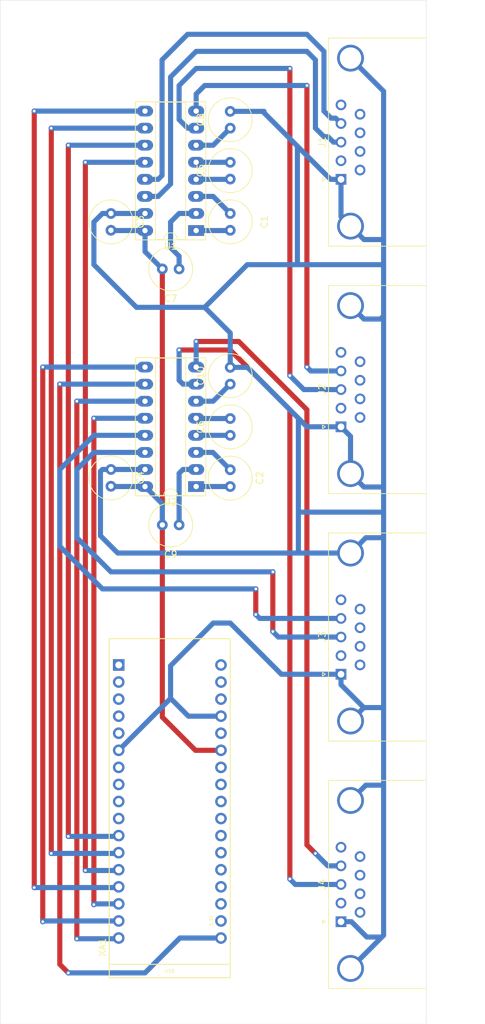
<source format=kicad_pcb>
(kicad_pcb (version 20171130) (host pcbnew 5.1.4+dfsg1-2)

  (general
    (thickness 1.6)
    (drawings 4)
    (tracks 250)
    (zones 0)
    (modules 17)
    (nets 31)
  )

  (page USLetter)
  (title_block
    (title RS232-multiport)
    (date 2019-10-25)
    (rev 1.0.0)
    (company UW-Madison)
    (comment 1 "Department of Chemistry")
    (comment 2 "Blaise Thompson")
    (comment 3 bthompson@chem.wisc.edu)
  )

  (layers
    (0 F.Cu signal)
    (31 B.Cu signal)
    (32 B.Adhes user)
    (33 F.Adhes user)
    (34 B.Paste user)
    (35 F.Paste user)
    (36 B.SilkS user)
    (37 F.SilkS user)
    (38 B.Mask user)
    (39 F.Mask user)
    (40 Dwgs.User user)
    (41 Cmts.User user)
    (42 Eco1.User user)
    (43 Eco2.User user)
    (44 Edge.Cuts user)
    (45 Margin user)
    (46 B.CrtYd user)
    (47 F.CrtYd user)
    (48 B.Fab user)
    (49 F.Fab user)
  )

  (setup
    (last_trace_width 0.762)
    (trace_clearance 0.381)
    (zone_clearance 0.508)
    (zone_45_only no)
    (trace_min 0.2)
    (via_size 0.8)
    (via_drill 0.4)
    (via_min_size 0.4)
    (via_min_drill 0.3)
    (uvia_size 0.3)
    (uvia_drill 0.1)
    (uvias_allowed no)
    (uvia_min_size 0.2)
    (uvia_min_drill 0.1)
    (edge_width 0.05)
    (segment_width 0.2)
    (pcb_text_width 0.3)
    (pcb_text_size 1.5 1.5)
    (mod_edge_width 0.12)
    (mod_text_size 1 1)
    (mod_text_width 0.15)
    (pad_size 1.524 1.524)
    (pad_drill 0.762)
    (pad_to_mask_clearance 0.051)
    (solder_mask_min_width 0.25)
    (aux_axis_origin 0 0)
    (visible_elements FFFFFF7F)
    (pcbplotparams
      (layerselection 0x00000_ffffffff)
      (usegerberextensions false)
      (usegerberattributes false)
      (usegerberadvancedattributes false)
      (creategerberjobfile false)
      (excludeedgelayer false)
      (linewidth 0.100000)
      (plotframeref true)
      (viasonmask false)
      (mode 1)
      (useauxorigin false)
      (hpglpennumber 1)
      (hpglpenspeed 20)
      (hpglpendiameter 15.000000)
      (psnegative false)
      (psa4output false)
      (plotreference false)
      (plotvalue false)
      (plotinvisibletext false)
      (padsonsilk true)
      (subtractmaskfromsilk false)
      (outputformat 4)
      (mirror false)
      (drillshape 1)
      (scaleselection 1)
      (outputdirectory ""))
  )

  (net 0 "")
  (net 1 "Net-(C1-Pad2)")
  (net 2 "Net-(C1-Pad1)")
  (net 3 GND)
  (net 4 "Net-(C5-Pad1)")
  (net 5 "Net-(J1-Pad4)")
  (net 6 "Net-(J1-Pad3)")
  (net 7 "Net-(J2-Pad3)")
  (net 8 "Net-(J2-Pad4)")
  (net 9 "Net-(U1-Pad12)")
  (net 10 "Net-(U1-Pad10)")
  (net 11 "Net-(U1-Pad11)")
  (net 12 "Net-(U1-Pad9)")
  (net 13 "Net-(C2-Pad2)")
  (net 14 "Net-(C2-Pad1)")
  (net 15 +5V)
  (net 16 "Net-(C5-Pad2)")
  (net 17 "Net-(C6-Pad2)")
  (net 18 "Net-(C6-Pad1)")
  (net 19 "Net-(C7-Pad1)")
  (net 20 "Net-(C8-Pad1)")
  (net 21 "Net-(C9-Pad1)")
  (net 22 "Net-(C10-Pad1)")
  (net 23 "Net-(J3-Pad4)")
  (net 24 "Net-(J3-Pad3)")
  (net 25 "Net-(J4-Pad4)")
  (net 26 "Net-(J4-Pad3)")
  (net 27 "Net-(U2-Pad12)")
  (net 28 "Net-(U2-Pad11)")
  (net 29 "Net-(U2-Pad10)")
  (net 30 "Net-(U2-Pad9)")

  (net_class Default "This is the default net class."
    (clearance 0.381)
    (trace_width 0.762)
    (via_dia 0.8)
    (via_drill 0.4)
    (uvia_dia 0.3)
    (uvia_drill 0.1)
    (add_net +5V)
    (add_net GND)
    (add_net "Net-(C1-Pad1)")
    (add_net "Net-(C1-Pad2)")
    (add_net "Net-(C10-Pad1)")
    (add_net "Net-(C2-Pad1)")
    (add_net "Net-(C2-Pad2)")
    (add_net "Net-(C5-Pad1)")
    (add_net "Net-(C5-Pad2)")
    (add_net "Net-(C6-Pad1)")
    (add_net "Net-(C6-Pad2)")
    (add_net "Net-(C7-Pad1)")
    (add_net "Net-(C8-Pad1)")
    (add_net "Net-(C9-Pad1)")
    (add_net "Net-(J1-Pad3)")
    (add_net "Net-(J1-Pad4)")
    (add_net "Net-(J2-Pad3)")
    (add_net "Net-(J2-Pad4)")
    (add_net "Net-(J3-Pad3)")
    (add_net "Net-(J3-Pad4)")
    (add_net "Net-(J4-Pad3)")
    (add_net "Net-(J4-Pad4)")
    (add_net "Net-(U1-Pad10)")
    (add_net "Net-(U1-Pad11)")
    (add_net "Net-(U1-Pad12)")
    (add_net "Net-(U1-Pad9)")
    (add_net "Net-(U2-Pad10)")
    (add_net "Net-(U2-Pad11)")
    (add_net "Net-(U2-Pad12)")
    (add_net "Net-(U2-Pad9)")
  )

  (module Connector_Dsub:DSUB-9_Male_Horizontal_P2.77x2.84mm_EdgePinOffset9.90mm_Housed_MountingHolesOffset11.32mm locked (layer F.Cu) (tedit 59FEDEE2) (tstamp 5DB34C6A)
    (at 114.3 52.07 90)
    (descr "9-pin D-Sub connector, horizontal/angled (90 deg), THT-mount, male, pitch 2.77x2.84mm, pin-PCB-offset 9.9mm, distance of mounting holes 25mm, distance of mounting holes to PCB edge 11.32mm, see https://disti-assets.s3.amazonaws.com/tonar/files/datasheets/16730.pdf")
    (tags "9-pin D-Sub connector horizontal angled 90deg THT male pitch 2.77x2.84mm pin-PCB-offset 9.9mm mounting-holes-distance 25mm mounting-hole-offset 25mm")
    (path /5CDD7044)
    (fp_text reference J1 (at 5.54 -2.8 90) (layer F.SilkS)
      (effects (font (size 1 1) (thickness 0.15)))
    )
    (fp_text value DB9_Male_MountingHoles (at 5.54 20.64 90) (layer F.Fab)
      (effects (font (size 1 1) (thickness 0.15)))
    )
    (fp_text user %R (at 5.54 16.14 90) (layer F.Fab)
      (effects (font (size 1 1) (thickness 0.15)))
    )
    (fp_line (start 21.5 -2.35) (end -10.4 -2.35) (layer F.CrtYd) (width 0.05))
    (fp_line (start 21.5 19.65) (end 21.5 -2.35) (layer F.CrtYd) (width 0.05))
    (fp_line (start -10.4 19.65) (end 21.5 19.65) (layer F.CrtYd) (width 0.05))
    (fp_line (start -10.4 -2.35) (end -10.4 19.65) (layer F.CrtYd) (width 0.05))
    (fp_line (start 0 -2.321325) (end -0.25 -2.754338) (layer F.SilkS) (width 0.12))
    (fp_line (start 0.25 -2.754338) (end 0 -2.321325) (layer F.SilkS) (width 0.12))
    (fp_line (start -0.25 -2.754338) (end 0.25 -2.754338) (layer F.SilkS) (width 0.12))
    (fp_line (start 21.025 -1.86) (end 21.025 12.68) (layer F.SilkS) (width 0.12))
    (fp_line (start -9.945 -1.86) (end 21.025 -1.86) (layer F.SilkS) (width 0.12))
    (fp_line (start -9.945 12.68) (end -9.945 -1.86) (layer F.SilkS) (width 0.12))
    (fp_line (start 19.64 12.74) (end 19.64 1.42) (layer F.Fab) (width 0.1))
    (fp_line (start 16.44 12.74) (end 16.44 1.42) (layer F.Fab) (width 0.1))
    (fp_line (start -5.36 12.74) (end -5.36 1.42) (layer F.Fab) (width 0.1))
    (fp_line (start -8.56 12.74) (end -8.56 1.42) (layer F.Fab) (width 0.1))
    (fp_line (start 20.54 13.14) (end 15.54 13.14) (layer F.Fab) (width 0.1))
    (fp_line (start 20.54 18.14) (end 20.54 13.14) (layer F.Fab) (width 0.1))
    (fp_line (start 15.54 18.14) (end 20.54 18.14) (layer F.Fab) (width 0.1))
    (fp_line (start 15.54 13.14) (end 15.54 18.14) (layer F.Fab) (width 0.1))
    (fp_line (start -4.46 13.14) (end -9.46 13.14) (layer F.Fab) (width 0.1))
    (fp_line (start -4.46 18.14) (end -4.46 13.14) (layer F.Fab) (width 0.1))
    (fp_line (start -9.46 18.14) (end -4.46 18.14) (layer F.Fab) (width 0.1))
    (fp_line (start -9.46 13.14) (end -9.46 18.14) (layer F.Fab) (width 0.1))
    (fp_line (start 13.69 13.14) (end -2.61 13.14) (layer F.Fab) (width 0.1))
    (fp_line (start 13.69 19.14) (end 13.69 13.14) (layer F.Fab) (width 0.1))
    (fp_line (start -2.61 19.14) (end 13.69 19.14) (layer F.Fab) (width 0.1))
    (fp_line (start -2.61 13.14) (end -2.61 19.14) (layer F.Fab) (width 0.1))
    (fp_line (start 20.965 12.74) (end -9.885 12.74) (layer F.Fab) (width 0.1))
    (fp_line (start 20.965 13.14) (end 20.965 12.74) (layer F.Fab) (width 0.1))
    (fp_line (start -9.885 13.14) (end 20.965 13.14) (layer F.Fab) (width 0.1))
    (fp_line (start -9.885 12.74) (end -9.885 13.14) (layer F.Fab) (width 0.1))
    (fp_line (start 20.965 -1.8) (end -9.885 -1.8) (layer F.Fab) (width 0.1))
    (fp_line (start 20.965 12.74) (end 20.965 -1.8) (layer F.Fab) (width 0.1))
    (fp_line (start -9.885 12.74) (end 20.965 12.74) (layer F.Fab) (width 0.1))
    (fp_line (start -9.885 -1.8) (end -9.885 12.74) (layer F.Fab) (width 0.1))
    (fp_arc (start 18.04 1.42) (end 16.44 1.42) (angle 180) (layer F.Fab) (width 0.1))
    (fp_arc (start -6.96 1.42) (end -8.56 1.42) (angle 180) (layer F.Fab) (width 0.1))
    (pad 0 thru_hole circle (at 18.04 1.42 90) (size 4 4) (drill 3.2) (layers *.Cu *.Mask)
      (net 3 GND))
    (pad 0 thru_hole circle (at -6.96 1.42 90) (size 4 4) (drill 3.2) (layers *.Cu *.Mask)
      (net 3 GND))
    (pad 9 thru_hole circle (at 9.695 2.84 90) (size 1.6 1.6) (drill 1) (layers *.Cu *.Mask))
    (pad 8 thru_hole circle (at 6.925 2.84 90) (size 1.6 1.6) (drill 1) (layers *.Cu *.Mask))
    (pad 7 thru_hole circle (at 4.155 2.84 90) (size 1.6 1.6) (drill 1) (layers *.Cu *.Mask))
    (pad 6 thru_hole circle (at 1.385 2.84 90) (size 1.6 1.6) (drill 1) (layers *.Cu *.Mask))
    (pad 5 thru_hole circle (at 11.08 0 90) (size 1.6 1.6) (drill 1) (layers *.Cu *.Mask))
    (pad 4 thru_hole circle (at 8.31 0 90) (size 1.6 1.6) (drill 1) (layers *.Cu *.Mask)
      (net 5 "Net-(J1-Pad4)"))
    (pad 3 thru_hole circle (at 5.54 0 90) (size 1.6 1.6) (drill 1) (layers *.Cu *.Mask)
      (net 6 "Net-(J1-Pad3)"))
    (pad 2 thru_hole circle (at 2.77 0 90) (size 1.6 1.6) (drill 1) (layers *.Cu *.Mask))
    (pad 1 thru_hole rect (at 0 0 90) (size 1.6 1.6) (drill 1) (layers *.Cu *.Mask)
      (net 3 GND))
    (model ${KISYS3DMOD}/Connector_Dsub.3dshapes/DSUB-9_Male_Horizontal_P2.77x2.84mm_EdgePinOffset9.90mm_Housed_MountingHolesOffset11.32mm.wrl
      (at (xyz 0 0 0))
      (scale (xyz 1 1 1))
      (rotate (xyz 0 0 0))
    )
  )

  (module Package_DIP:DIP-16_W7.62mm_Socket_LongPads (layer F.Cu) (tedit 5A02E8C5) (tstamp 5DB337DB)
    (at 92.71 97.79 180)
    (descr "16-lead though-hole mounted DIP package, row spacing 7.62 mm (300 mils), Socket, LongPads")
    (tags "THT DIP DIL PDIP 2.54mm 7.62mm 300mil Socket LongPads")
    (path /5DBAECA5)
    (fp_text reference U2 (at 3.81 -2.33) (layer F.SilkS)
      (effects (font (size 1 1) (thickness 0.15)))
    )
    (fp_text value MAX232 (at 3.81 20.11) (layer F.Fab)
      (effects (font (size 1 1) (thickness 0.15)))
    )
    (fp_text user %R (at 3.81 8.89) (layer F.Fab)
      (effects (font (size 1 1) (thickness 0.15)))
    )
    (fp_line (start 9.15 -1.6) (end -1.55 -1.6) (layer F.CrtYd) (width 0.05))
    (fp_line (start 9.15 19.4) (end 9.15 -1.6) (layer F.CrtYd) (width 0.05))
    (fp_line (start -1.55 19.4) (end 9.15 19.4) (layer F.CrtYd) (width 0.05))
    (fp_line (start -1.55 -1.6) (end -1.55 19.4) (layer F.CrtYd) (width 0.05))
    (fp_line (start 9.06 -1.39) (end -1.44 -1.39) (layer F.SilkS) (width 0.12))
    (fp_line (start 9.06 19.17) (end 9.06 -1.39) (layer F.SilkS) (width 0.12))
    (fp_line (start -1.44 19.17) (end 9.06 19.17) (layer F.SilkS) (width 0.12))
    (fp_line (start -1.44 -1.39) (end -1.44 19.17) (layer F.SilkS) (width 0.12))
    (fp_line (start 6.06 -1.33) (end 4.81 -1.33) (layer F.SilkS) (width 0.12))
    (fp_line (start 6.06 19.11) (end 6.06 -1.33) (layer F.SilkS) (width 0.12))
    (fp_line (start 1.56 19.11) (end 6.06 19.11) (layer F.SilkS) (width 0.12))
    (fp_line (start 1.56 -1.33) (end 1.56 19.11) (layer F.SilkS) (width 0.12))
    (fp_line (start 2.81 -1.33) (end 1.56 -1.33) (layer F.SilkS) (width 0.12))
    (fp_line (start 8.89 -1.33) (end -1.27 -1.33) (layer F.Fab) (width 0.1))
    (fp_line (start 8.89 19.11) (end 8.89 -1.33) (layer F.Fab) (width 0.1))
    (fp_line (start -1.27 19.11) (end 8.89 19.11) (layer F.Fab) (width 0.1))
    (fp_line (start -1.27 -1.33) (end -1.27 19.11) (layer F.Fab) (width 0.1))
    (fp_line (start 0.635 -0.27) (end 1.635 -1.27) (layer F.Fab) (width 0.1))
    (fp_line (start 0.635 19.05) (end 0.635 -0.27) (layer F.Fab) (width 0.1))
    (fp_line (start 6.985 19.05) (end 0.635 19.05) (layer F.Fab) (width 0.1))
    (fp_line (start 6.985 -1.27) (end 6.985 19.05) (layer F.Fab) (width 0.1))
    (fp_line (start 1.635 -1.27) (end 6.985 -1.27) (layer F.Fab) (width 0.1))
    (fp_arc (start 3.81 -1.33) (end 2.81 -1.33) (angle -180) (layer F.SilkS) (width 0.12))
    (pad 16 thru_hole oval (at 7.62 0 180) (size 2.4 1.6) (drill 0.8) (layers *.Cu *.Mask)
      (net 15 +5V))
    (pad 8 thru_hole oval (at 0 17.78 180) (size 2.4 1.6) (drill 0.8) (layers *.Cu *.Mask)
      (net 25 "Net-(J4-Pad4)"))
    (pad 15 thru_hole oval (at 7.62 2.54 180) (size 2.4 1.6) (drill 0.8) (layers *.Cu *.Mask)
      (net 3 GND))
    (pad 7 thru_hole oval (at 0 15.24 180) (size 2.4 1.6) (drill 0.8) (layers *.Cu *.Mask)
      (net 26 "Net-(J4-Pad3)"))
    (pad 14 thru_hole oval (at 7.62 5.08 180) (size 2.4 1.6) (drill 0.8) (layers *.Cu *.Mask)
      (net 24 "Net-(J3-Pad3)"))
    (pad 6 thru_hole oval (at 0 12.7 180) (size 2.4 1.6) (drill 0.8) (layers *.Cu *.Mask)
      (net 22 "Net-(C10-Pad1)"))
    (pad 13 thru_hole oval (at 7.62 7.62 180) (size 2.4 1.6) (drill 0.8) (layers *.Cu *.Mask)
      (net 23 "Net-(J3-Pad4)"))
    (pad 5 thru_hole oval (at 0 10.16 180) (size 2.4 1.6) (drill 0.8) (layers *.Cu *.Mask)
      (net 17 "Net-(C6-Pad2)"))
    (pad 12 thru_hole oval (at 7.62 10.16 180) (size 2.4 1.6) (drill 0.8) (layers *.Cu *.Mask)
      (net 27 "Net-(U2-Pad12)"))
    (pad 4 thru_hole oval (at 0 7.62 180) (size 2.4 1.6) (drill 0.8) (layers *.Cu *.Mask)
      (net 18 "Net-(C6-Pad1)"))
    (pad 11 thru_hole oval (at 7.62 12.7 180) (size 2.4 1.6) (drill 0.8) (layers *.Cu *.Mask)
      (net 28 "Net-(U2-Pad11)"))
    (pad 3 thru_hole oval (at 0 5.08 180) (size 2.4 1.6) (drill 0.8) (layers *.Cu *.Mask)
      (net 14 "Net-(C2-Pad1)"))
    (pad 10 thru_hole oval (at 7.62 15.24 180) (size 2.4 1.6) (drill 0.8) (layers *.Cu *.Mask)
      (net 29 "Net-(U2-Pad10)"))
    (pad 2 thru_hole oval (at 0 2.54 180) (size 2.4 1.6) (drill 0.8) (layers *.Cu *.Mask)
      (net 21 "Net-(C9-Pad1)"))
    (pad 9 thru_hole oval (at 7.62 17.78 180) (size 2.4 1.6) (drill 0.8) (layers *.Cu *.Mask)
      (net 30 "Net-(U2-Pad9)"))
    (pad 1 thru_hole rect (at 0 0 180) (size 2.4 1.6) (drill 0.8) (layers *.Cu *.Mask)
      (net 13 "Net-(C2-Pad2)"))
    (model ${KISYS3DMOD}/Package_DIP.3dshapes/DIP-16_W7.62mm_Socket.wrl
      (at (xyz 0 0 0))
      (scale (xyz 1 1 1))
      (rotate (xyz 0 0 0))
    )
  )

  (module Connector_Dsub:DSUB-9_Male_Horizontal_P2.77x2.84mm_EdgePinOffset9.90mm_Housed_MountingHolesOffset11.32mm locked (layer F.Cu) (tedit 59FEDEE2) (tstamp 5DB35144)
    (at 114.3 162.56 90)
    (descr "9-pin D-Sub connector, horizontal/angled (90 deg), THT-mount, male, pitch 2.77x2.84mm, pin-PCB-offset 9.9mm, distance of mounting holes 25mm, distance of mounting holes to PCB edge 11.32mm, see https://disti-assets.s3.amazonaws.com/tonar/files/datasheets/16730.pdf")
    (tags "9-pin D-Sub connector horizontal angled 90deg THT male pitch 2.77x2.84mm pin-PCB-offset 9.9mm mounting-holes-distance 25mm mounting-hole-offset 25mm")
    (path /5DB56252)
    (fp_text reference J4 (at 5.54 -2.8 90) (layer F.SilkS)
      (effects (font (size 1 1) (thickness 0.15)))
    )
    (fp_text value DB9_Male_MountingHoles (at 5.54 20.64 90) (layer F.Fab)
      (effects (font (size 1 1) (thickness 0.15)))
    )
    (fp_text user %R (at 5.54 16.14 90) (layer F.Fab)
      (effects (font (size 1 1) (thickness 0.15)))
    )
    (fp_line (start 21.5 -2.35) (end -10.4 -2.35) (layer F.CrtYd) (width 0.05))
    (fp_line (start 21.5 19.65) (end 21.5 -2.35) (layer F.CrtYd) (width 0.05))
    (fp_line (start -10.4 19.65) (end 21.5 19.65) (layer F.CrtYd) (width 0.05))
    (fp_line (start -10.4 -2.35) (end -10.4 19.65) (layer F.CrtYd) (width 0.05))
    (fp_line (start 0 -2.321325) (end -0.25 -2.754338) (layer F.SilkS) (width 0.12))
    (fp_line (start 0.25 -2.754338) (end 0 -2.321325) (layer F.SilkS) (width 0.12))
    (fp_line (start -0.25 -2.754338) (end 0.25 -2.754338) (layer F.SilkS) (width 0.12))
    (fp_line (start 21.025 -1.86) (end 21.025 12.68) (layer F.SilkS) (width 0.12))
    (fp_line (start -9.945 -1.86) (end 21.025 -1.86) (layer F.SilkS) (width 0.12))
    (fp_line (start -9.945 12.68) (end -9.945 -1.86) (layer F.SilkS) (width 0.12))
    (fp_line (start 19.64 12.74) (end 19.64 1.42) (layer F.Fab) (width 0.1))
    (fp_line (start 16.44 12.74) (end 16.44 1.42) (layer F.Fab) (width 0.1))
    (fp_line (start -5.36 12.74) (end -5.36 1.42) (layer F.Fab) (width 0.1))
    (fp_line (start -8.56 12.74) (end -8.56 1.42) (layer F.Fab) (width 0.1))
    (fp_line (start 20.54 13.14) (end 15.54 13.14) (layer F.Fab) (width 0.1))
    (fp_line (start 20.54 18.14) (end 20.54 13.14) (layer F.Fab) (width 0.1))
    (fp_line (start 15.54 18.14) (end 20.54 18.14) (layer F.Fab) (width 0.1))
    (fp_line (start 15.54 13.14) (end 15.54 18.14) (layer F.Fab) (width 0.1))
    (fp_line (start -4.46 13.14) (end -9.46 13.14) (layer F.Fab) (width 0.1))
    (fp_line (start -4.46 18.14) (end -4.46 13.14) (layer F.Fab) (width 0.1))
    (fp_line (start -9.46 18.14) (end -4.46 18.14) (layer F.Fab) (width 0.1))
    (fp_line (start -9.46 13.14) (end -9.46 18.14) (layer F.Fab) (width 0.1))
    (fp_line (start 13.69 13.14) (end -2.61 13.14) (layer F.Fab) (width 0.1))
    (fp_line (start 13.69 19.14) (end 13.69 13.14) (layer F.Fab) (width 0.1))
    (fp_line (start -2.61 19.14) (end 13.69 19.14) (layer F.Fab) (width 0.1))
    (fp_line (start -2.61 13.14) (end -2.61 19.14) (layer F.Fab) (width 0.1))
    (fp_line (start 20.965 12.74) (end -9.885 12.74) (layer F.Fab) (width 0.1))
    (fp_line (start 20.965 13.14) (end 20.965 12.74) (layer F.Fab) (width 0.1))
    (fp_line (start -9.885 13.14) (end 20.965 13.14) (layer F.Fab) (width 0.1))
    (fp_line (start -9.885 12.74) (end -9.885 13.14) (layer F.Fab) (width 0.1))
    (fp_line (start 20.965 -1.8) (end -9.885 -1.8) (layer F.Fab) (width 0.1))
    (fp_line (start 20.965 12.74) (end 20.965 -1.8) (layer F.Fab) (width 0.1))
    (fp_line (start -9.885 12.74) (end 20.965 12.74) (layer F.Fab) (width 0.1))
    (fp_line (start -9.885 -1.8) (end -9.885 12.74) (layer F.Fab) (width 0.1))
    (fp_arc (start 18.04 1.42) (end 16.44 1.42) (angle 180) (layer F.Fab) (width 0.1))
    (fp_arc (start -6.96 1.42) (end -8.56 1.42) (angle 180) (layer F.Fab) (width 0.1))
    (pad 0 thru_hole circle (at 18.04 1.42 90) (size 4 4) (drill 3.2) (layers *.Cu *.Mask)
      (net 3 GND))
    (pad 0 thru_hole circle (at -6.96 1.42 90) (size 4 4) (drill 3.2) (layers *.Cu *.Mask)
      (net 3 GND))
    (pad 9 thru_hole circle (at 9.695 2.84 90) (size 1.6 1.6) (drill 1) (layers *.Cu *.Mask))
    (pad 8 thru_hole circle (at 6.925 2.84 90) (size 1.6 1.6) (drill 1) (layers *.Cu *.Mask))
    (pad 7 thru_hole circle (at 4.155 2.84 90) (size 1.6 1.6) (drill 1) (layers *.Cu *.Mask))
    (pad 6 thru_hole circle (at 1.385 2.84 90) (size 1.6 1.6) (drill 1) (layers *.Cu *.Mask))
    (pad 5 thru_hole circle (at 11.08 0 90) (size 1.6 1.6) (drill 1) (layers *.Cu *.Mask))
    (pad 4 thru_hole circle (at 8.31 0 90) (size 1.6 1.6) (drill 1) (layers *.Cu *.Mask)
      (net 25 "Net-(J4-Pad4)"))
    (pad 3 thru_hole circle (at 5.54 0 90) (size 1.6 1.6) (drill 1) (layers *.Cu *.Mask)
      (net 26 "Net-(J4-Pad3)"))
    (pad 2 thru_hole circle (at 2.77 0 90) (size 1.6 1.6) (drill 1) (layers *.Cu *.Mask))
    (pad 1 thru_hole rect (at 0 0 90) (size 1.6 1.6) (drill 1) (layers *.Cu *.Mask)
      (net 3 GND))
    (model ${KISYS3DMOD}/Connector_Dsub.3dshapes/DSUB-9_Male_Horizontal_P2.77x2.84mm_EdgePinOffset9.90mm_Housed_MountingHolesOffset11.32mm.wrl
      (at (xyz 0 0 0))
      (scale (xyz 1 1 1))
      (rotate (xyz 0 0 0))
    )
  )

  (module Connector_Dsub:DSUB-9_Male_Horizontal_P2.77x2.84mm_EdgePinOffset9.90mm_Housed_MountingHolesOffset11.32mm locked (layer F.Cu) (tedit 59FEDEE2) (tstamp 5DB3527B)
    (at 114.3 125.73 90)
    (descr "9-pin D-Sub connector, horizontal/angled (90 deg), THT-mount, male, pitch 2.77x2.84mm, pin-PCB-offset 9.9mm, distance of mounting holes 25mm, distance of mounting holes to PCB edge 11.32mm, see https://disti-assets.s3.amazonaws.com/tonar/files/datasheets/16730.pdf")
    (tags "9-pin D-Sub connector horizontal angled 90deg THT male pitch 2.77x2.84mm pin-PCB-offset 9.9mm mounting-holes-distance 25mm mounting-hole-offset 25mm")
    (path /5DB54F69)
    (fp_text reference J3 (at 5.54 -2.8 90) (layer F.SilkS)
      (effects (font (size 1 1) (thickness 0.15)))
    )
    (fp_text value DB9_Male_MountingHoles (at 5.54 20.64 90) (layer F.Fab)
      (effects (font (size 1 1) (thickness 0.15)))
    )
    (fp_text user %R (at 5.54 16.14 90) (layer F.Fab)
      (effects (font (size 1 1) (thickness 0.15)))
    )
    (fp_line (start 21.5 -2.35) (end -10.4 -2.35) (layer F.CrtYd) (width 0.05))
    (fp_line (start 21.5 19.65) (end 21.5 -2.35) (layer F.CrtYd) (width 0.05))
    (fp_line (start -10.4 19.65) (end 21.5 19.65) (layer F.CrtYd) (width 0.05))
    (fp_line (start -10.4 -2.35) (end -10.4 19.65) (layer F.CrtYd) (width 0.05))
    (fp_line (start 0 -2.321325) (end -0.25 -2.754338) (layer F.SilkS) (width 0.12))
    (fp_line (start 0.25 -2.754338) (end 0 -2.321325) (layer F.SilkS) (width 0.12))
    (fp_line (start -0.25 -2.754338) (end 0.25 -2.754338) (layer F.SilkS) (width 0.12))
    (fp_line (start 21.025 -1.86) (end 21.025 12.68) (layer F.SilkS) (width 0.12))
    (fp_line (start -9.945 -1.86) (end 21.025 -1.86) (layer F.SilkS) (width 0.12))
    (fp_line (start -9.945 12.68) (end -9.945 -1.86) (layer F.SilkS) (width 0.12))
    (fp_line (start 19.64 12.74) (end 19.64 1.42) (layer F.Fab) (width 0.1))
    (fp_line (start 16.44 12.74) (end 16.44 1.42) (layer F.Fab) (width 0.1))
    (fp_line (start -5.36 12.74) (end -5.36 1.42) (layer F.Fab) (width 0.1))
    (fp_line (start -8.56 12.74) (end -8.56 1.42) (layer F.Fab) (width 0.1))
    (fp_line (start 20.54 13.14) (end 15.54 13.14) (layer F.Fab) (width 0.1))
    (fp_line (start 20.54 18.14) (end 20.54 13.14) (layer F.Fab) (width 0.1))
    (fp_line (start 15.54 18.14) (end 20.54 18.14) (layer F.Fab) (width 0.1))
    (fp_line (start 15.54 13.14) (end 15.54 18.14) (layer F.Fab) (width 0.1))
    (fp_line (start -4.46 13.14) (end -9.46 13.14) (layer F.Fab) (width 0.1))
    (fp_line (start -4.46 18.14) (end -4.46 13.14) (layer F.Fab) (width 0.1))
    (fp_line (start -9.46 18.14) (end -4.46 18.14) (layer F.Fab) (width 0.1))
    (fp_line (start -9.46 13.14) (end -9.46 18.14) (layer F.Fab) (width 0.1))
    (fp_line (start 13.69 13.14) (end -2.61 13.14) (layer F.Fab) (width 0.1))
    (fp_line (start 13.69 19.14) (end 13.69 13.14) (layer F.Fab) (width 0.1))
    (fp_line (start -2.61 19.14) (end 13.69 19.14) (layer F.Fab) (width 0.1))
    (fp_line (start -2.61 13.14) (end -2.61 19.14) (layer F.Fab) (width 0.1))
    (fp_line (start 20.965 12.74) (end -9.885 12.74) (layer F.Fab) (width 0.1))
    (fp_line (start 20.965 13.14) (end 20.965 12.74) (layer F.Fab) (width 0.1))
    (fp_line (start -9.885 13.14) (end 20.965 13.14) (layer F.Fab) (width 0.1))
    (fp_line (start -9.885 12.74) (end -9.885 13.14) (layer F.Fab) (width 0.1))
    (fp_line (start 20.965 -1.8) (end -9.885 -1.8) (layer F.Fab) (width 0.1))
    (fp_line (start 20.965 12.74) (end 20.965 -1.8) (layer F.Fab) (width 0.1))
    (fp_line (start -9.885 12.74) (end 20.965 12.74) (layer F.Fab) (width 0.1))
    (fp_line (start -9.885 -1.8) (end -9.885 12.74) (layer F.Fab) (width 0.1))
    (fp_arc (start 18.04 1.42) (end 16.44 1.42) (angle 180) (layer F.Fab) (width 0.1))
    (fp_arc (start -6.96 1.42) (end -8.56 1.42) (angle 180) (layer F.Fab) (width 0.1))
    (pad 0 thru_hole circle (at 18.04 1.42 90) (size 4 4) (drill 3.2) (layers *.Cu *.Mask)
      (net 3 GND))
    (pad 0 thru_hole circle (at -6.96 1.42 90) (size 4 4) (drill 3.2) (layers *.Cu *.Mask)
      (net 3 GND))
    (pad 9 thru_hole circle (at 9.695 2.84 90) (size 1.6 1.6) (drill 1) (layers *.Cu *.Mask))
    (pad 8 thru_hole circle (at 6.925 2.84 90) (size 1.6 1.6) (drill 1) (layers *.Cu *.Mask))
    (pad 7 thru_hole circle (at 4.155 2.84 90) (size 1.6 1.6) (drill 1) (layers *.Cu *.Mask))
    (pad 6 thru_hole circle (at 1.385 2.84 90) (size 1.6 1.6) (drill 1) (layers *.Cu *.Mask))
    (pad 5 thru_hole circle (at 11.08 0 90) (size 1.6 1.6) (drill 1) (layers *.Cu *.Mask))
    (pad 4 thru_hole circle (at 8.31 0 90) (size 1.6 1.6) (drill 1) (layers *.Cu *.Mask)
      (net 23 "Net-(J3-Pad4)"))
    (pad 3 thru_hole circle (at 5.54 0 90) (size 1.6 1.6) (drill 1) (layers *.Cu *.Mask)
      (net 24 "Net-(J3-Pad3)"))
    (pad 2 thru_hole circle (at 2.77 0 90) (size 1.6 1.6) (drill 1) (layers *.Cu *.Mask))
    (pad 1 thru_hole rect (at 0 0 90) (size 1.6 1.6) (drill 1) (layers *.Cu *.Mask)
      (net 3 GND))
    (model ${KISYS3DMOD}/Connector_Dsub.3dshapes/DSUB-9_Male_Horizontal_P2.77x2.84mm_EdgePinOffset9.90mm_Housed_MountingHolesOffset11.32mm.wrl
      (at (xyz 0 0 0))
      (scale (xyz 1 1 1))
      (rotate (xyz 0 0 0))
    )
  )

  (module Capacitor_THT:C_Radial_D6.3mm_H7.0mm_P2.50mm (layer F.Cu) (tedit 5BC5C9B9) (tstamp 5DB33625)
    (at 97.79 82.55 90)
    (descr "C, Radial series, Radial, pin pitch=2.50mm, diameter=6.3mm, height=7mm, Non-Polar Electrolytic Capacitor")
    (tags "C Radial series Radial pin pitch 2.50mm diameter 6.3mm height 7mm Non-Polar Electrolytic Capacitor")
    (path /5DBAEC93)
    (fp_text reference C10 (at 1.25 -4.4 90) (layer F.SilkS)
      (effects (font (size 1 1) (thickness 0.15)))
    )
    (fp_text value 100n (at 1.25 4.4 90) (layer F.Fab)
      (effects (font (size 1 1) (thickness 0.15)))
    )
    (fp_text user %R (at 1.25 0 90) (layer F.Fab)
      (effects (font (size 1 1) (thickness 0.15)))
    )
    (fp_circle (center 1.25 0) (end 4.65 0) (layer F.CrtYd) (width 0.05))
    (fp_circle (center 1.25 0) (end 4.52 0) (layer F.SilkS) (width 0.12))
    (fp_circle (center 1.25 0) (end 4.4 0) (layer F.Fab) (width 0.1))
    (pad 2 thru_hole circle (at 2.5 0 90) (size 1.6 1.6) (drill 0.8) (layers *.Cu *.Mask)
      (net 3 GND))
    (pad 1 thru_hole circle (at 0 0 90) (size 1.6 1.6) (drill 0.8) (layers *.Cu *.Mask)
      (net 22 "Net-(C10-Pad1)"))
    (model ${KISYS3DMOD}/Capacitor_THT.3dshapes/C_Radial_D6.3mm_H7.0mm_P2.50mm.wrl
      (at (xyz 0 0 0))
      (scale (xyz 1 1 1))
      (rotate (xyz 0 0 0))
    )
  )

  (module Capacitor_THT:C_Radial_D6.3mm_H7.0mm_P2.50mm (layer F.Cu) (tedit 5BC5C9B9) (tstamp 5DB3361B)
    (at 90.17 103.505 180)
    (descr "C, Radial series, Radial, pin pitch=2.50mm, diameter=6.3mm, height=7mm, Non-Polar Electrolytic Capacitor")
    (tags "C Radial series Radial pin pitch 2.50mm diameter 6.3mm height 7mm Non-Polar Electrolytic Capacitor")
    (path /5DBAEC99)
    (fp_text reference C9 (at 1.25 -4.4) (layer F.SilkS)
      (effects (font (size 1 1) (thickness 0.15)))
    )
    (fp_text value 100n (at 1.25 4.4) (layer F.Fab)
      (effects (font (size 1 1) (thickness 0.15)))
    )
    (fp_text user %R (at 1.25 0) (layer F.Fab)
      (effects (font (size 1 1) (thickness 0.15)))
    )
    (fp_circle (center 1.25 0) (end 4.65 0) (layer F.CrtYd) (width 0.05))
    (fp_circle (center 1.25 0) (end 4.52 0) (layer F.SilkS) (width 0.12))
    (fp_circle (center 1.25 0) (end 4.4 0) (layer F.Fab) (width 0.1))
    (pad 2 thru_hole circle (at 2.5 0 180) (size 1.6 1.6) (drill 0.8) (layers *.Cu *.Mask)
      (net 15 +5V))
    (pad 1 thru_hole circle (at 0 0 180) (size 1.6 1.6) (drill 0.8) (layers *.Cu *.Mask)
      (net 21 "Net-(C9-Pad1)"))
    (model ${KISYS3DMOD}/Capacitor_THT.3dshapes/C_Radial_D6.3mm_H7.0mm_P2.50mm.wrl
      (at (xyz 0 0 0))
      (scale (xyz 1 1 1))
      (rotate (xyz 0 0 0))
    )
  )

  (module Capacitor_THT:C_Radial_D6.3mm_H7.0mm_P2.50mm (layer F.Cu) (tedit 5BC5C9B9) (tstamp 5DB335FF)
    (at 97.79 90.17 90)
    (descr "C, Radial series, Radial, pin pitch=2.50mm, diameter=6.3mm, height=7mm, Non-Polar Electrolytic Capacitor")
    (tags "C Radial series Radial pin pitch 2.50mm diameter 6.3mm height 7mm Non-Polar Electrolytic Capacitor")
    (path /5DBAEC87)
    (fp_text reference C6 (at 1.25 -4.4 90) (layer F.SilkS)
      (effects (font (size 1 1) (thickness 0.15)))
    )
    (fp_text value 100n (at 1.25 4.4 90) (layer F.Fab)
      (effects (font (size 1 1) (thickness 0.15)))
    )
    (fp_text user %R (at 1.25 0 90) (layer F.Fab)
      (effects (font (size 1 1) (thickness 0.15)))
    )
    (fp_circle (center 1.25 0) (end 4.65 0) (layer F.CrtYd) (width 0.05))
    (fp_circle (center 1.25 0) (end 4.52 0) (layer F.SilkS) (width 0.12))
    (fp_circle (center 1.25 0) (end 4.4 0) (layer F.Fab) (width 0.1))
    (pad 2 thru_hole circle (at 2.5 0 90) (size 1.6 1.6) (drill 0.8) (layers *.Cu *.Mask)
      (net 17 "Net-(C6-Pad2)"))
    (pad 1 thru_hole circle (at 0 0 90) (size 1.6 1.6) (drill 0.8) (layers *.Cu *.Mask)
      (net 18 "Net-(C6-Pad1)"))
    (model ${KISYS3DMOD}/Capacitor_THT.3dshapes/C_Radial_D6.3mm_H7.0mm_P2.50mm.wrl
      (at (xyz 0 0 0))
      (scale (xyz 1 1 1))
      (rotate (xyz 0 0 0))
    )
  )

  (module Capacitor_THT:C_Radial_D6.3mm_H7.0mm_P2.50mm (layer F.Cu) (tedit 5BC5C9B9) (tstamp 5DB335EC)
    (at 80.01 95.25 270)
    (descr "C, Radial series, Radial, pin pitch=2.50mm, diameter=6.3mm, height=7mm, Non-Polar Electrolytic Capacitor")
    (tags "C Radial series Radial pin pitch 2.50mm diameter 6.3mm height 7mm Non-Polar Electrolytic Capacitor")
    (path /5DBAEC9F)
    (fp_text reference C4 (at 1.25 -4.4 90) (layer F.SilkS)
      (effects (font (size 1 1) (thickness 0.15)))
    )
    (fp_text value 100n (at 1.25 4.4 90) (layer F.Fab)
      (effects (font (size 1 1) (thickness 0.15)))
    )
    (fp_text user %R (at 1.25 0 90) (layer F.Fab)
      (effects (font (size 1 1) (thickness 0.15)))
    )
    (fp_circle (center 1.25 0) (end 4.65 0) (layer F.CrtYd) (width 0.05))
    (fp_circle (center 1.25 0) (end 4.52 0) (layer F.SilkS) (width 0.12))
    (fp_circle (center 1.25 0) (end 4.4 0) (layer F.Fab) (width 0.1))
    (pad 2 thru_hole circle (at 2.5 0 270) (size 1.6 1.6) (drill 0.8) (layers *.Cu *.Mask)
      (net 15 +5V))
    (pad 1 thru_hole circle (at 0 0 270) (size 1.6 1.6) (drill 0.8) (layers *.Cu *.Mask)
      (net 3 GND))
    (model ${KISYS3DMOD}/Capacitor_THT.3dshapes/C_Radial_D6.3mm_H7.0mm_P2.50mm.wrl
      (at (xyz 0 0 0))
      (scale (xyz 1 1 1))
      (rotate (xyz 0 0 0))
    )
  )

  (module Capacitor_THT:C_Radial_D6.3mm_H7.0mm_P2.50mm (layer F.Cu) (tedit 5BC5C9B9) (tstamp 5DB36D5E)
    (at 80.01 57.15 270)
    (descr "C, Radial series, Radial, pin pitch=2.50mm, diameter=6.3mm, height=7mm, Non-Polar Electrolytic Capacitor")
    (tags "C Radial series Radial pin pitch 2.50mm diameter 6.3mm height 7mm Non-Polar Electrolytic Capacitor")
    (path /5DC54827)
    (fp_text reference C3 (at 1.25 -4.4 90) (layer F.SilkS)
      (effects (font (size 1 1) (thickness 0.15)))
    )
    (fp_text value 100n (at 1.25 4.4 90) (layer F.Fab)
      (effects (font (size 1 1) (thickness 0.15)))
    )
    (fp_text user %R (at 1.25 0 270) (layer F.Fab)
      (effects (font (size 1 1) (thickness 0.15)))
    )
    (fp_circle (center 1.25 0) (end 4.65 0) (layer F.CrtYd) (width 0.05))
    (fp_circle (center 1.25 0) (end 4.52 0) (layer F.SilkS) (width 0.12))
    (fp_circle (center 1.25 0) (end 4.4 0) (layer F.Fab) (width 0.1))
    (pad 2 thru_hole circle (at 2.5 0 270) (size 1.6 1.6) (drill 0.8) (layers *.Cu *.Mask)
      (net 15 +5V))
    (pad 1 thru_hole circle (at 0 0 270) (size 1.6 1.6) (drill 0.8) (layers *.Cu *.Mask)
      (net 3 GND))
    (model ${KISYS3DMOD}/Capacitor_THT.3dshapes/C_Radial_D6.3mm_H7.0mm_P2.50mm.wrl
      (at (xyz 0 0 0))
      (scale (xyz 1 1 1))
      (rotate (xyz 0 0 0))
    )
  )

  (module Capacitor_THT:C_Radial_D6.3mm_H7.0mm_P2.50mm (layer F.Cu) (tedit 5BC5C9B9) (tstamp 5DB37979)
    (at 97.79 95.29 270)
    (descr "C, Radial series, Radial, pin pitch=2.50mm, diameter=6.3mm, height=7mm, Non-Polar Electrolytic Capacitor")
    (tags "C Radial series Radial pin pitch 2.50mm diameter 6.3mm height 7mm Non-Polar Electrolytic Capacitor")
    (path /5DBAEC8D)
    (fp_text reference C2 (at 1.25 -4.4 90) (layer F.SilkS)
      (effects (font (size 1 1) (thickness 0.15)))
    )
    (fp_text value 100n (at 1.25 4.4 90) (layer F.Fab)
      (effects (font (size 1 1) (thickness 0.15)))
    )
    (fp_text user %R (at 1.25 0 90) (layer F.Fab)
      (effects (font (size 1 1) (thickness 0.15)))
    )
    (fp_circle (center 1.25 0) (end 4.65 0) (layer F.CrtYd) (width 0.05))
    (fp_circle (center 1.25 0) (end 4.52 0) (layer F.SilkS) (width 0.12))
    (fp_circle (center 1.25 0) (end 4.4 0) (layer F.Fab) (width 0.1))
    (pad 2 thru_hole circle (at 2.5 0 270) (size 1.6 1.6) (drill 0.8) (layers *.Cu *.Mask)
      (net 13 "Net-(C2-Pad2)"))
    (pad 1 thru_hole circle (at 0 0 270) (size 1.6 1.6) (drill 0.8) (layers *.Cu *.Mask)
      (net 14 "Net-(C2-Pad1)"))
    (model ${KISYS3DMOD}/Capacitor_THT.3dshapes/C_Radial_D6.3mm_H7.0mm_P2.50mm.wrl
      (at (xyz 0 0 0))
      (scale (xyz 1 1 1))
      (rotate (xyz 0 0 0))
    )
  )

  (module Capacitor_THT:C_Radial_D6.3mm_H7.0mm_P2.50mm (layer F.Cu) (tedit 5BC5C9B9) (tstamp 5CD9CE40)
    (at 97.79 44.45 90)
    (descr "C, Radial series, Radial, pin pitch=2.50mm, diameter=6.3mm, height=7mm, Non-Polar Electrolytic Capacitor")
    (tags "C Radial series Radial pin pitch 2.50mm diameter 6.3mm height 7mm Non-Polar Electrolytic Capacitor")
    (path /5CE50768)
    (fp_text reference C8 (at 1.25 -4.4 90) (layer F.SilkS)
      (effects (font (size 1 1) (thickness 0.15)))
    )
    (fp_text value 100n (at 1.25 4.4 90) (layer F.Fab)
      (effects (font (size 1 1) (thickness 0.15)))
    )
    (fp_circle (center 1.25 0) (end 4.4 0) (layer F.Fab) (width 0.1))
    (fp_circle (center 1.25 0) (end 4.52 0) (layer F.SilkS) (width 0.12))
    (fp_circle (center 1.25 0) (end 4.65 0) (layer F.CrtYd) (width 0.05))
    (fp_text user %R (at 0.994999 -1.505001 90) (layer F.Fab)
      (effects (font (size 1 1) (thickness 0.15)))
    )
    (pad 1 thru_hole circle (at 0 0 90) (size 1.6 1.6) (drill 0.8) (layers *.Cu *.Mask)
      (net 20 "Net-(C8-Pad1)"))
    (pad 2 thru_hole circle (at 2.5 0 90) (size 1.6 1.6) (drill 0.8) (layers *.Cu *.Mask)
      (net 3 GND))
    (model ${KISYS3DMOD}/Capacitor_THT.3dshapes/C_Radial_D6.3mm_H7.0mm_P2.50mm.wrl
      (at (xyz 0 0 0))
      (scale (xyz 1 1 1))
      (rotate (xyz 0 0 0))
    )
  )

  (module Capacitor_THT:C_Radial_D6.3mm_H7.0mm_P2.50mm (layer F.Cu) (tedit 5BC5C9B9) (tstamp 5DB3787F)
    (at 90.17 65.405 180)
    (descr "C, Radial series, Radial, pin pitch=2.50mm, diameter=6.3mm, height=7mm, Non-Polar Electrolytic Capacitor")
    (tags "C Radial series Radial pin pitch 2.50mm diameter 6.3mm height 7mm Non-Polar Electrolytic Capacitor")
    (path /5CDD5B9F)
    (fp_text reference C7 (at 1.25 -4.4) (layer F.SilkS)
      (effects (font (size 1 1) (thickness 0.15)))
    )
    (fp_text value 100n (at 1.25 4.4) (layer F.Fab)
      (effects (font (size 1 1) (thickness 0.15)))
    )
    (fp_text user %R (at 1.25 0) (layer F.Fab)
      (effects (font (size 1 1) (thickness 0.15)))
    )
    (fp_circle (center 1.25 0) (end 4.65 0) (layer F.CrtYd) (width 0.05))
    (fp_circle (center 1.25 0) (end 4.52 0) (layer F.SilkS) (width 0.12))
    (fp_circle (center 1.25 0) (end 4.4 0) (layer F.Fab) (width 0.1))
    (pad 2 thru_hole circle (at 2.5 0 180) (size 1.6 1.6) (drill 0.8) (layers *.Cu *.Mask)
      (net 15 +5V))
    (pad 1 thru_hole circle (at 0 0 180) (size 1.6 1.6) (drill 0.8) (layers *.Cu *.Mask)
      (net 19 "Net-(C7-Pad1)"))
    (model ${KISYS3DMOD}/Capacitor_THT.3dshapes/C_Radial_D6.3mm_H7.0mm_P2.50mm.wrl
      (at (xyz 0 0 0))
      (scale (xyz 1 1 1))
      (rotate (xyz 0 0 0))
    )
  )

  (module Arduino:Arduino_Micro_Socket (layer F.Cu) (tedit 5A860566) (tstamp 5DB3568B)
    (at 97.79 168.91 90)
    (descr https://store.arduino.cc/arduino-micro)
    (path /5CDD10A0)
    (fp_text reference XA1 (at 2.54 -19.05 90) (layer F.SilkS)
      (effects (font (size 1 1) (thickness 0.15)))
    )
    (fp_text value Arduino_Micro_Socket (at 50.8 -10.16 180) (layer F.Fab)
      (effects (font (size 1 1) (thickness 0.15)))
    )
    (fp_text user 3.3V (at 6.46 -2.794 90) (layer F.SilkS)
      (effects (font (size 0.5 0.5) (thickness 0.075)))
    )
    (fp_text user USB (at -1.016 -9.017) (layer F.SilkS)
      (effects (font (size 0.5 0.5) (thickness 0.075)))
    )
    (fp_line (start -2.032 0.254) (end -2.286 0.254) (layer F.CrtYd) (width 0.15))
    (fp_line (start -2.286 0.254) (end -2.286 -17.526) (layer F.CrtYd) (width 0.15))
    (fp_line (start -2.286 -17.526) (end -2.286 -18.288) (layer F.CrtYd) (width 0.15))
    (fp_line (start -2.286 -18.288) (end 48.768 -18.288) (layer F.CrtYd) (width 0.15))
    (fp_line (start 48.768 -18.288) (end 48.768 0.254) (layer F.CrtYd) (width 0.15))
    (fp_line (start 48.768 0.254) (end -2.032 0.254) (layer F.CrtYd) (width 0.15))
    (fp_line (start -2 -18.034) (end -2 0) (layer F.SilkS) (width 0.15))
    (fp_line (start 48.48 -18) (end 48.48 0) (layer F.SilkS) (width 0.15))
    (fp_line (start -2 -18.034) (end 48.48 -18.034) (layer F.SilkS) (width 0.15))
    (fp_line (start 0 -18) (end 0 0) (layer F.SilkS) (width 0.15))
    (fp_line (start -2 0) (end 48.48 0) (layer F.SilkS) (width 0.15))
    (pad "" np_thru_hole circle (at 47.1 -16.62 90) (size 1.016 1.016) (drill 1.016) (layers *.Cu *.Mask))
    (pad "" np_thru_hole circle (at 1.38 -16.62 90) (size 1.016 1.016) (drill 1.016) (layers *.Cu *.Mask))
    (pad "" np_thru_hole circle (at 47.1 -1.38 90) (size 1.016 1.016) (drill 1.016) (layers *.Cu *.Mask))
    (pad "" thru_hole oval (at 26.78 -1.38 90) (size 1.7272 1.7272) (drill 1.016) (layers *.Cu *.Mask))
    (pad RST2 thru_hole oval (at 34.4 -16.62 90) (size 1.7272 1.7272) (drill 1.016) (layers *.Cu *.Mask))
    (pad MOSI thru_hole rect (at 44.56 -16.62 90) (size 1.7272 1.7272) (drill 1.016) (layers *.Cu *.Mask))
    (pad SCK thru_hole oval (at 44.56 -1.38 90) (size 1.7272 1.7272) (drill 1.016) (layers *.Cu *.Mask))
    (pad A0 thru_hole oval (at 11.54 -1.38 90) (size 1.7272 1.7272) (drill 1.016) (layers *.Cu *.Mask))
    (pad VIN thru_hole oval (at 39.48 -1.38 90) (size 1.7272 1.7272) (drill 1.016) (layers *.Cu *.Mask))
    (pad GND2 thru_hole oval (at 31.86 -16.62 90) (size 1.7272 1.7272) (drill 1.016) (layers *.Cu *.Mask)
      (net 3 GND))
    (pad GND1 thru_hole oval (at 36.94 -1.38 90) (size 1.7272 1.7272) (drill 1.016) (layers *.Cu *.Mask)
      (net 3 GND))
    (pad 5V thru_hole oval (at 31.86 -1.38 90) (size 1.7272 1.7272) (drill 1.016) (layers *.Cu *.Mask)
      (net 15 +5V))
    (pad 3V3 thru_hole oval (at 6.46 -1.38 90) (size 1.7272 1.7272) (drill 1.016) (layers *.Cu *.Mask))
    (pad RST1 thru_hole oval (at 34.4 -1.38 90) (size 1.7272 1.7272) (drill 1.016) (layers *.Cu *.Mask))
    (pad SS thru_hole oval (at 42.02 -16.62 90) (size 1.7272 1.7272) (drill 1.016) (layers *.Cu *.Mask))
    (pad D0 thru_hole oval (at 36.94 -16.62 90) (size 1.7272 1.7272) (drill 1.016) (layers *.Cu *.Mask))
    (pad D1 thru_hole oval (at 39.48 -16.62 90) (size 1.7272 1.7272) (drill 1.016) (layers *.Cu *.Mask))
    (pad D2 thru_hole oval (at 29.32 -16.62 90) (size 1.7272 1.7272) (drill 1.016) (layers *.Cu *.Mask))
    (pad D3 thru_hole oval (at 26.78 -16.62 90) (size 1.7272 1.7272) (drill 1.016) (layers *.Cu *.Mask))
    (pad D4 thru_hole oval (at 24.24 -16.62 90) (size 1.7272 1.7272) (drill 1.016) (layers *.Cu *.Mask))
    (pad D5 thru_hole oval (at 21.7 -16.62 90) (size 1.7272 1.7272) (drill 1.016) (layers *.Cu *.Mask))
    (pad D6 thru_hole oval (at 19.16 -16.62 90) (size 1.7272 1.7272) (drill 1.016) (layers *.Cu *.Mask)
      (net 11 "Net-(U1-Pad11)"))
    (pad D7 thru_hole oval (at 16.62 -16.62 90) (size 1.7272 1.7272) (drill 1.016) (layers *.Cu *.Mask)
      (net 10 "Net-(U1-Pad10)"))
    (pad D8 thru_hole oval (at 14.08 -16.62 90) (size 1.7272 1.7272) (drill 1.016) (layers *.Cu *.Mask)
      (net 9 "Net-(U1-Pad12)"))
    (pad D9 thru_hole oval (at 11.54 -16.62 90) (size 1.7272 1.7272) (drill 1.016) (layers *.Cu *.Mask)
      (net 12 "Net-(U1-Pad9)"))
    (pad D10 thru_hole oval (at 9 -16.62 90) (size 1.7272 1.7272) (drill 1.016) (layers *.Cu *.Mask)
      (net 27 "Net-(U2-Pad12)"))
    (pad "" np_thru_hole circle (at 1.38 -1.38 90) (size 1.016 1.016) (drill 1.016) (layers *.Cu *.Mask))
    (pad AREF thru_hole oval (at 9 -1.38 90) (size 1.7272 1.7272) (drill 1.016) (layers *.Cu *.Mask))
    (pad D13 thru_hole oval (at 3.92 -1.38 90) (size 1.7272 1.7272) (drill 1.016) (layers *.Cu *.Mask)
      (net 29 "Net-(U2-Pad10)"))
    (pad D12 thru_hole oval (at 3.92 -16.62 90) (size 1.7272 1.7272) (drill 1.016) (layers *.Cu *.Mask)
      (net 28 "Net-(U2-Pad11)"))
    (pad D11 thru_hole oval (at 6.46 -16.62 90) (size 1.7272 1.7272) (drill 1.016) (layers *.Cu *.Mask)
      (net 30 "Net-(U2-Pad9)"))
    (pad "" thru_hole oval (at 29.32 -1.38 90) (size 1.7272 1.7272) (drill 1.016) (layers *.Cu *.Mask))
    (pad A1 thru_hole oval (at 14.08 -1.38 90) (size 1.7272 1.7272) (drill 1.016) (layers *.Cu *.Mask))
    (pad A2 thru_hole oval (at 16.62 -1.38 90) (size 1.7272 1.7272) (drill 1.016) (layers *.Cu *.Mask))
    (pad A3 thru_hole oval (at 19.16 -1.38 90) (size 1.7272 1.7272) (drill 1.016) (layers *.Cu *.Mask))
    (pad A4 thru_hole oval (at 21.7 -1.38 90) (size 1.7272 1.7272) (drill 1.016) (layers *.Cu *.Mask))
    (pad A5 thru_hole oval (at 24.24 -1.38 90) (size 1.7272 1.7272) (drill 1.016) (layers *.Cu *.Mask))
    (pad MISO thru_hole oval (at 42.02 -1.38 90) (size 1.7272 1.7272) (drill 1.016) (layers *.Cu *.Mask))
  )

  (module Package_DIP:DIP-16_W7.62mm_Socket_LongPads (layer F.Cu) (tedit 5A02E8C5) (tstamp 5CD9CF88)
    (at 92.71 59.69 180)
    (descr "16-lead though-hole mounted DIP package, row spacing 7.62 mm (300 mils), Socket, LongPads")
    (tags "THT DIP DIL PDIP 2.54mm 7.62mm 300mil Socket LongPads")
    (path /5CDD3F49)
    (fp_text reference U1 (at 3.81 -2.33) (layer F.SilkS)
      (effects (font (size 1 1) (thickness 0.15)))
    )
    (fp_text value MAX232 (at 3.81 20.11) (layer F.Fab)
      (effects (font (size 1 1) (thickness 0.15)))
    )
    (fp_arc (start 3.81 -1.33) (end 2.81 -1.33) (angle -180) (layer F.SilkS) (width 0.12))
    (fp_line (start 1.635 -1.27) (end 6.985 -1.27) (layer F.Fab) (width 0.1))
    (fp_line (start 6.985 -1.27) (end 6.985 19.05) (layer F.Fab) (width 0.1))
    (fp_line (start 6.985 19.05) (end 0.635 19.05) (layer F.Fab) (width 0.1))
    (fp_line (start 0.635 19.05) (end 0.635 -0.27) (layer F.Fab) (width 0.1))
    (fp_line (start 0.635 -0.27) (end 1.635 -1.27) (layer F.Fab) (width 0.1))
    (fp_line (start -1.27 -1.33) (end -1.27 19.11) (layer F.Fab) (width 0.1))
    (fp_line (start -1.27 19.11) (end 8.89 19.11) (layer F.Fab) (width 0.1))
    (fp_line (start 8.89 19.11) (end 8.89 -1.33) (layer F.Fab) (width 0.1))
    (fp_line (start 8.89 -1.33) (end -1.27 -1.33) (layer F.Fab) (width 0.1))
    (fp_line (start 2.81 -1.33) (end 1.56 -1.33) (layer F.SilkS) (width 0.12))
    (fp_line (start 1.56 -1.33) (end 1.56 19.11) (layer F.SilkS) (width 0.12))
    (fp_line (start 1.56 19.11) (end 6.06 19.11) (layer F.SilkS) (width 0.12))
    (fp_line (start 6.06 19.11) (end 6.06 -1.33) (layer F.SilkS) (width 0.12))
    (fp_line (start 6.06 -1.33) (end 4.81 -1.33) (layer F.SilkS) (width 0.12))
    (fp_line (start -1.44 -1.39) (end -1.44 19.17) (layer F.SilkS) (width 0.12))
    (fp_line (start -1.44 19.17) (end 9.06 19.17) (layer F.SilkS) (width 0.12))
    (fp_line (start 9.06 19.17) (end 9.06 -1.39) (layer F.SilkS) (width 0.12))
    (fp_line (start 9.06 -1.39) (end -1.44 -1.39) (layer F.SilkS) (width 0.12))
    (fp_line (start -1.55 -1.6) (end -1.55 19.4) (layer F.CrtYd) (width 0.05))
    (fp_line (start -1.55 19.4) (end 9.15 19.4) (layer F.CrtYd) (width 0.05))
    (fp_line (start 9.15 19.4) (end 9.15 -1.6) (layer F.CrtYd) (width 0.05))
    (fp_line (start 9.15 -1.6) (end -1.55 -1.6) (layer F.CrtYd) (width 0.05))
    (fp_text user %R (at 3.81 8.89) (layer F.Fab)
      (effects (font (size 1 1) (thickness 0.15)))
    )
    (pad 1 thru_hole rect (at 0 0 180) (size 2.4 1.6) (drill 0.8) (layers *.Cu *.Mask)
      (net 1 "Net-(C1-Pad2)"))
    (pad 9 thru_hole oval (at 7.62 17.78 180) (size 2.4 1.6) (drill 0.8) (layers *.Cu *.Mask)
      (net 12 "Net-(U1-Pad9)"))
    (pad 2 thru_hole oval (at 0 2.54 180) (size 2.4 1.6) (drill 0.8) (layers *.Cu *.Mask)
      (net 19 "Net-(C7-Pad1)"))
    (pad 10 thru_hole oval (at 7.62 15.24 180) (size 2.4 1.6) (drill 0.8) (layers *.Cu *.Mask)
      (net 10 "Net-(U1-Pad10)"))
    (pad 3 thru_hole oval (at 0 5.08 180) (size 2.4 1.6) (drill 0.8) (layers *.Cu *.Mask)
      (net 2 "Net-(C1-Pad1)"))
    (pad 11 thru_hole oval (at 7.62 12.7 180) (size 2.4 1.6) (drill 0.8) (layers *.Cu *.Mask)
      (net 11 "Net-(U1-Pad11)"))
    (pad 4 thru_hole oval (at 0 7.62 180) (size 2.4 1.6) (drill 0.8) (layers *.Cu *.Mask)
      (net 4 "Net-(C5-Pad1)"))
    (pad 12 thru_hole oval (at 7.62 10.16 180) (size 2.4 1.6) (drill 0.8) (layers *.Cu *.Mask)
      (net 9 "Net-(U1-Pad12)"))
    (pad 5 thru_hole oval (at 0 10.16 180) (size 2.4 1.6) (drill 0.8) (layers *.Cu *.Mask)
      (net 16 "Net-(C5-Pad2)"))
    (pad 13 thru_hole oval (at 7.62 7.62 180) (size 2.4 1.6) (drill 0.8) (layers *.Cu *.Mask)
      (net 5 "Net-(J1-Pad4)"))
    (pad 6 thru_hole oval (at 0 12.7 180) (size 2.4 1.6) (drill 0.8) (layers *.Cu *.Mask)
      (net 20 "Net-(C8-Pad1)"))
    (pad 14 thru_hole oval (at 7.62 5.08 180) (size 2.4 1.6) (drill 0.8) (layers *.Cu *.Mask)
      (net 6 "Net-(J1-Pad3)"))
    (pad 7 thru_hole oval (at 0 15.24 180) (size 2.4 1.6) (drill 0.8) (layers *.Cu *.Mask)
      (net 7 "Net-(J2-Pad3)"))
    (pad 15 thru_hole oval (at 7.62 2.54 180) (size 2.4 1.6) (drill 0.8) (layers *.Cu *.Mask)
      (net 3 GND))
    (pad 8 thru_hole oval (at 0 17.78 180) (size 2.4 1.6) (drill 0.8) (layers *.Cu *.Mask)
      (net 8 "Net-(J2-Pad4)"))
    (pad 16 thru_hole oval (at 7.62 0 180) (size 2.4 1.6) (drill 0.8) (layers *.Cu *.Mask)
      (net 15 +5V))
    (model ${KISYS3DMOD}/Package_DIP.3dshapes/DIP-16_W7.62mm_Socket.wrl
      (at (xyz 0 0 0))
      (scale (xyz 1 1 1))
      (rotate (xyz 0 0 0))
    )
  )

  (module Capacitor_THT:C_Radial_D6.3mm_H7.0mm_P2.50mm (layer F.Cu) (tedit 5BC5C9B9) (tstamp 5DB378C0)
    (at 97.79 57.15 270)
    (descr "C, Radial series, Radial, pin pitch=2.50mm, diameter=6.3mm, height=7mm, Non-Polar Electrolytic Capacitor")
    (tags "C Radial series Radial pin pitch 2.50mm diameter 6.3mm height 7mm Non-Polar Electrolytic Capacitor")
    (path /5CE50F74)
    (fp_text reference C1 (at 1.27 -5.08 90) (layer F.SilkS)
      (effects (font (size 1 1) (thickness 0.15)))
    )
    (fp_text value 100n (at 1.25 4.4 90) (layer F.Fab)
      (effects (font (size 1 1) (thickness 0.15)))
    )
    (fp_text user %R (at 1.25 0 90) (layer F.Fab)
      (effects (font (size 1 1) (thickness 0.15)))
    )
    (fp_circle (center 1.25 0) (end 4.65 0) (layer F.CrtYd) (width 0.05))
    (fp_circle (center 1.25 0) (end 4.52 0) (layer F.SilkS) (width 0.12))
    (fp_circle (center 1.25 0) (end 4.4 0) (layer F.Fab) (width 0.1))
    (pad 2 thru_hole circle (at 2.5 0 270) (size 1.6 1.6) (drill 0.8) (layers *.Cu *.Mask)
      (net 1 "Net-(C1-Pad2)"))
    (pad 1 thru_hole circle (at 0 0 270) (size 1.6 1.6) (drill 0.8) (layers *.Cu *.Mask)
      (net 2 "Net-(C1-Pad1)"))
    (model ${KISYS3DMOD}/Capacitor_THT.3dshapes/C_Radial_D6.3mm_H7.0mm_P2.50mm.wrl
      (at (xyz 0 0 0))
      (scale (xyz 1 1 1))
      (rotate (xyz 0 0 0))
    )
  )

  (module Capacitor_THT:C_Radial_D6.3mm_H7.0mm_P2.50mm (layer F.Cu) (tedit 5BC5C9B9) (tstamp 5CD9CE2C)
    (at 97.79 52.03 90)
    (descr "C, Radial series, Radial, pin pitch=2.50mm, diameter=6.3mm, height=7mm, Non-Polar Electrolytic Capacitor")
    (tags "C Radial series Radial pin pitch 2.50mm diameter 6.3mm height 7mm Non-Polar Electrolytic Capacitor")
    (path /5CE4FE8A)
    (fp_text reference C5 (at 1.25 -4.4 90) (layer F.SilkS)
      (effects (font (size 1 1) (thickness 0.15)))
    )
    (fp_text value 100n (at 1.25 4.4 90) (layer F.Fab)
      (effects (font (size 1 1) (thickness 0.15)))
    )
    (fp_circle (center 1.25 0) (end 4.4 0) (layer F.Fab) (width 0.1))
    (fp_circle (center 1.25 0) (end 4.52 0) (layer F.SilkS) (width 0.12))
    (fp_circle (center 1.25 0) (end 4.65 0) (layer F.CrtYd) (width 0.05))
    (fp_text user %R (at 1.27 1.27 90) (layer F.Fab)
      (effects (font (size 1 1) (thickness 0.15)))
    )
    (pad 1 thru_hole circle (at 0 0 90) (size 1.6 1.6) (drill 0.8) (layers *.Cu *.Mask)
      (net 4 "Net-(C5-Pad1)"))
    (pad 2 thru_hole circle (at 2.5 0 90) (size 1.6 1.6) (drill 0.8) (layers *.Cu *.Mask)
      (net 16 "Net-(C5-Pad2)"))
    (model ${KISYS3DMOD}/Capacitor_THT.3dshapes/C_Radial_D6.3mm_H7.0mm_P2.50mm.wrl
      (at (xyz 0 0 0))
      (scale (xyz 1 1 1))
      (rotate (xyz 0 0 0))
    )
  )

  (module Connector_Dsub:DSUB-9_Male_Horizontal_P2.77x2.84mm_EdgePinOffset9.90mm_Housed_MountingHolesOffset11.32mm locked (layer F.Cu) (tedit 59FEDEE2) (tstamp 5DB34B00)
    (at 114.3 88.9 90)
    (descr "9-pin D-Sub connector, horizontal/angled (90 deg), THT-mount, male, pitch 2.77x2.84mm, pin-PCB-offset 9.9mm, distance of mounting holes 25mm, distance of mounting holes to PCB edge 11.32mm, see https://disti-assets.s3.amazonaws.com/tonar/files/datasheets/16730.pdf")
    (tags "9-pin D-Sub connector horizontal angled 90deg THT male pitch 2.77x2.84mm pin-PCB-offset 9.9mm mounting-holes-distance 25mm mounting-hole-offset 25mm")
    (path /5CDD82E2)
    (fp_text reference J2 (at 5.54 -2.8 90) (layer F.SilkS)
      (effects (font (size 1 1) (thickness 0.15)))
    )
    (fp_text value DB9_Male_MountingHoles (at 5.54 20.64 90) (layer F.Fab)
      (effects (font (size 1 1) (thickness 0.15)))
    )
    (fp_arc (start -6.96 1.42) (end -8.56 1.42) (angle 180) (layer F.Fab) (width 0.1))
    (fp_arc (start 18.04 1.42) (end 16.44 1.42) (angle 180) (layer F.Fab) (width 0.1))
    (fp_line (start -9.885 -1.8) (end -9.885 12.74) (layer F.Fab) (width 0.1))
    (fp_line (start -9.885 12.74) (end 20.965 12.74) (layer F.Fab) (width 0.1))
    (fp_line (start 20.965 12.74) (end 20.965 -1.8) (layer F.Fab) (width 0.1))
    (fp_line (start 20.965 -1.8) (end -9.885 -1.8) (layer F.Fab) (width 0.1))
    (fp_line (start -9.885 12.74) (end -9.885 13.14) (layer F.Fab) (width 0.1))
    (fp_line (start -9.885 13.14) (end 20.965 13.14) (layer F.Fab) (width 0.1))
    (fp_line (start 20.965 13.14) (end 20.965 12.74) (layer F.Fab) (width 0.1))
    (fp_line (start 20.965 12.74) (end -9.885 12.74) (layer F.Fab) (width 0.1))
    (fp_line (start -2.61 13.14) (end -2.61 19.14) (layer F.Fab) (width 0.1))
    (fp_line (start -2.61 19.14) (end 13.69 19.14) (layer F.Fab) (width 0.1))
    (fp_line (start 13.69 19.14) (end 13.69 13.14) (layer F.Fab) (width 0.1))
    (fp_line (start 13.69 13.14) (end -2.61 13.14) (layer F.Fab) (width 0.1))
    (fp_line (start -9.46 13.14) (end -9.46 18.14) (layer F.Fab) (width 0.1))
    (fp_line (start -9.46 18.14) (end -4.46 18.14) (layer F.Fab) (width 0.1))
    (fp_line (start -4.46 18.14) (end -4.46 13.14) (layer F.Fab) (width 0.1))
    (fp_line (start -4.46 13.14) (end -9.46 13.14) (layer F.Fab) (width 0.1))
    (fp_line (start 15.54 13.14) (end 15.54 18.14) (layer F.Fab) (width 0.1))
    (fp_line (start 15.54 18.14) (end 20.54 18.14) (layer F.Fab) (width 0.1))
    (fp_line (start 20.54 18.14) (end 20.54 13.14) (layer F.Fab) (width 0.1))
    (fp_line (start 20.54 13.14) (end 15.54 13.14) (layer F.Fab) (width 0.1))
    (fp_line (start -8.56 12.74) (end -8.56 1.42) (layer F.Fab) (width 0.1))
    (fp_line (start -5.36 12.74) (end -5.36 1.42) (layer F.Fab) (width 0.1))
    (fp_line (start 16.44 12.74) (end 16.44 1.42) (layer F.Fab) (width 0.1))
    (fp_line (start 19.64 12.74) (end 19.64 1.42) (layer F.Fab) (width 0.1))
    (fp_line (start -9.945 12.68) (end -9.945 -1.86) (layer F.SilkS) (width 0.12))
    (fp_line (start -9.945 -1.86) (end 21.025 -1.86) (layer F.SilkS) (width 0.12))
    (fp_line (start 21.025 -1.86) (end 21.025 12.68) (layer F.SilkS) (width 0.12))
    (fp_line (start -0.25 -2.754338) (end 0.25 -2.754338) (layer F.SilkS) (width 0.12))
    (fp_line (start 0.25 -2.754338) (end 0 -2.321325) (layer F.SilkS) (width 0.12))
    (fp_line (start 0 -2.321325) (end -0.25 -2.754338) (layer F.SilkS) (width 0.12))
    (fp_line (start -10.4 -2.35) (end -10.4 19.65) (layer F.CrtYd) (width 0.05))
    (fp_line (start -10.4 19.65) (end 21.5 19.65) (layer F.CrtYd) (width 0.05))
    (fp_line (start 21.5 19.65) (end 21.5 -2.35) (layer F.CrtYd) (width 0.05))
    (fp_line (start 21.5 -2.35) (end -10.4 -2.35) (layer F.CrtYd) (width 0.05))
    (fp_text user %R (at 5.54 16.14 90) (layer F.Fab)
      (effects (font (size 1 1) (thickness 0.15)))
    )
    (pad 1 thru_hole rect (at 0 0 90) (size 1.6 1.6) (drill 1) (layers *.Cu *.Mask)
      (net 3 GND))
    (pad 2 thru_hole circle (at 2.77 0 90) (size 1.6 1.6) (drill 1) (layers *.Cu *.Mask))
    (pad 3 thru_hole circle (at 5.54 0 90) (size 1.6 1.6) (drill 1) (layers *.Cu *.Mask)
      (net 7 "Net-(J2-Pad3)"))
    (pad 4 thru_hole circle (at 8.31 0 90) (size 1.6 1.6) (drill 1) (layers *.Cu *.Mask)
      (net 8 "Net-(J2-Pad4)"))
    (pad 5 thru_hole circle (at 11.08 0 90) (size 1.6 1.6) (drill 1) (layers *.Cu *.Mask))
    (pad 6 thru_hole circle (at 1.385 2.84 90) (size 1.6 1.6) (drill 1) (layers *.Cu *.Mask))
    (pad 7 thru_hole circle (at 4.155 2.84 90) (size 1.6 1.6) (drill 1) (layers *.Cu *.Mask))
    (pad 8 thru_hole circle (at 6.925 2.84 90) (size 1.6 1.6) (drill 1) (layers *.Cu *.Mask))
    (pad 9 thru_hole circle (at 9.695 2.84 90) (size 1.6 1.6) (drill 1) (layers *.Cu *.Mask))
    (pad 0 thru_hole circle (at -6.96 1.42 90) (size 4 4) (drill 3.2) (layers *.Cu *.Mask)
      (net 3 GND))
    (pad 0 thru_hole circle (at 18.04 1.42 90) (size 4 4) (drill 3.2) (layers *.Cu *.Mask)
      (net 3 GND))
    (model ${KISYS3DMOD}/Connector_Dsub.3dshapes/DSUB-9_Male_Horizontal_P2.77x2.84mm_EdgePinOffset9.90mm_Housed_MountingHolesOffset11.32mm.wrl
      (at (xyz 0 0 0))
      (scale (xyz 1 1 1))
      (rotate (xyz 0 0 0))
    )
  )

  (gr_line (start 63.5 177.8) (end 63.5 25.4) (layer Edge.Cuts) (width 0.05))
  (gr_line (start 63.5 25.4) (end 127 25.4) (layer Edge.Cuts) (width 0.05) (tstamp 5DB34F1B))
  (gr_line (start 127 177.8) (end 63.5 177.8) (layer Edge.Cuts) (width 0.05))
  (gr_line (start 127 25.4) (end 127 177.8) (layer Edge.Cuts) (width 0.05) (tstamp 5DB348CB))

  (segment (start 97.75 59.69) (end 97.79 59.65) (width 0.762) (layer B.Cu) (net 1))
  (segment (start 92.71 59.69) (end 97.75 59.69) (width 0.762) (layer B.Cu) (net 1))
  (segment (start 97.79 57.15) (end 95.25 54.61) (width 0.762) (layer B.Cu) (net 2))
  (segment (start 95.25 54.61) (end 92.71 54.61) (width 0.762) (layer B.Cu) (net 2))
  (segment (start 80.01 57.15) (end 85.09 57.15) (width 0.762) (layer B.Cu) (net 3))
  (segment (start 115.72 34.03) (end 120.65 38.96) (width 0.762) (layer B.Cu) (net 3))
  (segment (start 115.72 144.52) (end 118 142.24) (width 0.762) (layer B.Cu) (net 3))
  (segment (start 118 142.24) (end 120.65 142.24) (width 0.762) (layer B.Cu) (net 3))
  (segment (start 120.65 142.24) (end 120.65 164.59) (width 0.762) (layer B.Cu) (net 3))
  (segment (start 115.72 132.69) (end 117.719999 130.690001) (width 0.762) (layer B.Cu) (net 3))
  (segment (start 120.530001 130.690001) (end 120.65 130.81) (width 0.762) (layer B.Cu) (net 3))
  (segment (start 117.719999 130.690001) (end 120.530001 130.690001) (width 0.762) (layer B.Cu) (net 3))
  (segment (start 120.65 130.81) (end 120.65 142.24) (width 0.762) (layer B.Cu) (net 3))
  (segment (start 120.580001 97.859999) (end 120.65 97.79) (width 0.762) (layer B.Cu) (net 3))
  (segment (start 117.719999 97.859999) (end 120.580001 97.859999) (width 0.762) (layer B.Cu) (net 3))
  (segment (start 115.72 95.86) (end 117.719999 97.859999) (width 0.762) (layer B.Cu) (net 3))
  (segment (start 118 105.41) (end 120.65 105.41) (width 0.762) (layer B.Cu) (net 3))
  (segment (start 115.72 107.69) (end 118 105.41) (width 0.762) (layer B.Cu) (net 3))
  (segment (start 120.65 105.41) (end 120.65 130.81) (width 0.762) (layer B.Cu) (net 3))
  (segment (start 117.719999 72.859999) (end 120.180001 72.859999) (width 0.762) (layer B.Cu) (net 3))
  (segment (start 115.72 70.86) (end 117.719999 72.859999) (width 0.762) (layer B.Cu) (net 3))
  (segment (start 120.180001 72.859999) (end 120.65 72.39) (width 0.762) (layer B.Cu) (net 3))
  (segment (start 120.65 72.39) (end 120.65 97.79) (width 0.762) (layer B.Cu) (net 3))
  (segment (start 120.580001 61.029999) (end 120.65 60.96) (width 0.762) (layer B.Cu) (net 3))
  (segment (start 117.719999 61.029999) (end 120.580001 61.029999) (width 0.762) (layer B.Cu) (net 3))
  (segment (start 115.72 59.03) (end 117.719999 61.029999) (width 0.762) (layer B.Cu) (net 3))
  (segment (start 120.65 38.96) (end 120.65 60.96) (width 0.762) (layer B.Cu) (net 3))
  (segment (start 120.65 64.77) (end 120.65 72.39) (width 0.762) (layer B.Cu) (net 3))
  (segment (start 120.65 60.96) (end 120.65 64.77) (width 0.762) (layer B.Cu) (net 3))
  (segment (start 100.33 64.77) (end 93.98 71.12) (width 0.762) (layer B.Cu) (net 3))
  (segment (start 93.98 71.12) (end 83.82 71.12) (width 0.762) (layer B.Cu) (net 3))
  (segment (start 80.01 57.15) (end 78.74 57.15) (width 0.762) (layer B.Cu) (net 3))
  (segment (start 78.74 57.15) (end 77.47 58.42) (width 0.762) (layer B.Cu) (net 3))
  (segment (start 77.47 58.42) (end 77.47 64.77) (width 0.762) (layer B.Cu) (net 3))
  (segment (start 77.47 64.77) (end 78.74 66.04) (width 0.762) (layer B.Cu) (net 3))
  (segment (start 83.82 71.12) (end 78.74 66.04) (width 0.762) (layer B.Cu) (net 3))
  (segment (start 97.79 74.93) (end 93.98 71.12) (width 0.762) (layer B.Cu) (net 3))
  (segment (start 97.79 80.05) (end 97.79 74.93) (width 0.762) (layer B.Cu) (net 3))
  (segment (start 97.79 41.95) (end 102.83 41.95) (width 0.762) (layer B.Cu) (net 3))
  (segment (start 112.738 52.07) (end 114.3 52.07) (width 0.762) (layer B.Cu) (net 3))
  (segment (start 102.83 41.95) (end 102.83 42.162) (width 0.762) (layer B.Cu) (net 3))
  (segment (start 114.3 57.61) (end 115.72 59.03) (width 0.762) (layer B.Cu) (net 3))
  (segment (start 114.3 52.07) (end 114.3 57.61) (width 0.762) (layer B.Cu) (net 3))
  (segment (start 107.804 47.136) (end 107.804 64.624) (width 0.762) (layer B.Cu) (net 3))
  (segment (start 107.804 64.624) (end 107.95 64.77) (width 0.762) (layer B.Cu) (net 3))
  (segment (start 120.65 64.77) (end 107.95 64.77) (width 0.762) (layer B.Cu) (net 3))
  (segment (start 107.95 64.77) (end 100.33 64.77) (width 0.762) (layer B.Cu) (net 3))
  (segment (start 102.83 42.162) (end 107.804 47.136) (width 0.762) (layer B.Cu) (net 3))
  (segment (start 107.804 47.136) (end 112.738 52.07) (width 0.762) (layer B.Cu) (net 3))
  (segment (start 80.01 95.25) (end 85.09 95.25) (width 0.762) (layer B.Cu) (net 3))
  (segment (start 78.447999 95.542001) (end 78.74 95.25) (width 0.762) (layer B.Cu) (net 3))
  (segment (start 78.447999 105.117999) (end 78.447999 95.542001) (width 0.762) (layer B.Cu) (net 3))
  (segment (start 78.74 95.25) (end 80.01 95.25) (width 0.762) (layer B.Cu) (net 3))
  (segment (start 81.02 107.69) (end 78.447999 105.117999) (width 0.762) (layer B.Cu) (net 3))
  (segment (start 97.79 80.05) (end 100.37 80.05) (width 0.762) (layer B.Cu) (net 3))
  (segment (start 109.22 88.9) (end 114.3 88.9) (width 0.762) (layer B.Cu) (net 3))
  (segment (start 107.95 107.43) (end 107.69 107.69) (width 0.762) (layer B.Cu) (net 3))
  (segment (start 100.37 80.05) (end 107.95 87.63) (width 0.762) (layer B.Cu) (net 3))
  (segment (start 107.95 87.63) (end 109.22 88.9) (width 0.762) (layer B.Cu) (net 3))
  (segment (start 115.72 107.69) (end 107.69 107.69) (width 0.762) (layer B.Cu) (net 3))
  (segment (start 107.69 107.69) (end 81.02 107.69) (width 0.762) (layer B.Cu) (net 3))
  (segment (start 115.72 90.32) (end 114.3 88.9) (width 0.762) (layer B.Cu) (net 3))
  (segment (start 115.72 95.86) (end 115.72 90.32) (width 0.762) (layer B.Cu) (net 3))
  (segment (start 107.95 101.6) (end 107.95 107.43) (width 0.762) (layer B.Cu) (net 3))
  (segment (start 107.95 87.63) (end 107.95 101.6) (width 0.762) (layer B.Cu) (net 3))
  (segment (start 120.65 101.6) (end 120.65 105.41) (width 0.762) (layer B.Cu) (net 3))
  (segment (start 120.65 101.6) (end 107.95 101.6) (width 0.762) (layer B.Cu) (net 3))
  (segment (start 120.65 97.79) (end 120.65 101.6) (width 0.762) (layer B.Cu) (net 3))
  (segment (start 114.3 125.73) (end 105.41 125.73) (width 0.762) (layer B.Cu) (net 3))
  (segment (start 105.41 125.73) (end 97.79 118.11) (width 0.762) (layer B.Cu) (net 3))
  (segment (start 97.79 118.11) (end 95.25 118.11) (width 0.762) (layer B.Cu) (net 3))
  (segment (start 95.25 118.11) (end 88.9 124.46) (width 0.762) (layer B.Cu) (net 3))
  (segment (start 88.9 129.32) (end 81.17 137.05) (width 0.762) (layer B.Cu) (net 3))
  (segment (start 88.9 124.46) (end 88.9 129.32) (width 0.762) (layer B.Cu) (net 3))
  (segment (start 91.55 131.97) (end 88.9 129.32) (width 0.762) (layer B.Cu) (net 3))
  (segment (start 96.41 131.97) (end 91.55 131.97) (width 0.762) (layer B.Cu) (net 3))
  (segment (start 117.698001 130.690001) (end 117.719999 130.690001) (width 0.762) (layer B.Cu) (net 3))
  (segment (start 114.3 127.292) (end 117.698001 130.690001) (width 0.762) (layer B.Cu) (net 3))
  (segment (start 114.3 125.73) (end 114.3 127.292) (width 0.762) (layer B.Cu) (net 3))
  (segment (start 118.147 164.845) (end 120.395 164.845) (width 0.762) (layer B.Cu) (net 3))
  (segment (start 114.3 162.56) (end 115.862 162.56) (width 0.762) (layer B.Cu) (net 3))
  (segment (start 115.862 162.56) (end 118.147 164.845) (width 0.762) (layer B.Cu) (net 3))
  (segment (start 120.65 164.59) (end 120.395 164.845) (width 0.762) (layer B.Cu) (net 3))
  (segment (start 120.395 164.845) (end 115.72 169.52) (width 0.762) (layer B.Cu) (net 3))
  (segment (start 97.75 52.07) (end 97.79 52.03) (width 0.762) (layer B.Cu) (net 4))
  (segment (start 92.71 52.07) (end 97.75 52.07) (width 0.762) (layer B.Cu) (net 4))
  (segment (start 87.63 34.29) (end 87.63 51.492) (width 0.762) (layer B.Cu) (net 5))
  (segment (start 87.63 51.492) (end 87.052 52.07) (width 0.762) (layer B.Cu) (net 5))
  (segment (start 91.44 30.48) (end 87.63 34.29) (width 0.762) (layer B.Cu) (net 5))
  (segment (start 109.22 30.48) (end 91.44 30.48) (width 0.762) (layer B.Cu) (net 5))
  (segment (start 114.3 43.76) (end 113.500001 42.960001) (width 0.762) (layer B.Cu) (net 5))
  (segment (start 112.810001 42.960001) (end 111.76 41.91) (width 0.762) (layer B.Cu) (net 5))
  (segment (start 87.052 52.07) (end 85.09 52.07) (width 0.762) (layer B.Cu) (net 5))
  (segment (start 113.500001 42.960001) (end 112.810001 42.960001) (width 0.762) (layer B.Cu) (net 5))
  (segment (start 111.76 41.91) (end 111.76 33.02) (width 0.762) (layer B.Cu) (net 5))
  (segment (start 111.76 33.02) (end 109.22 30.48) (width 0.762) (layer B.Cu) (net 5))
  (segment (start 85.09 54.61) (end 87.052 54.61) (width 0.762) (layer B.Cu) (net 6))
  (segment (start 87.052 54.61) (end 88.9 52.762) (width 0.762) (layer B.Cu) (net 6))
  (segment (start 88.9 52.762) (end 88.9 36.83) (width 0.762) (layer B.Cu) (net 6))
  (segment (start 88.9 36.83) (end 92.71 33.02) (width 0.762) (layer B.Cu) (net 6))
  (segment (start 92.71 33.02) (end 109.22 33.02) (width 0.762) (layer B.Cu) (net 6))
  (segment (start 109.22 33.02) (end 110.49 34.29) (width 0.762) (layer B.Cu) (net 6))
  (segment (start 113.16863 46.53) (end 112.35863 45.72) (width 0.762) (layer B.Cu) (net 6))
  (segment (start 114.3 46.53) (end 113.16863 46.53) (width 0.762) (layer B.Cu) (net 6))
  (segment (start 112.35863 45.72) (end 111.76 45.72) (width 0.762) (layer B.Cu) (net 6))
  (segment (start 110.49 44.45) (end 110.49 34.29) (width 0.762) (layer B.Cu) (net 6))
  (segment (start 111.76 45.72) (end 110.49 44.45) (width 0.762) (layer B.Cu) (net 6))
  (segment (start 92.71 44.45) (end 91.44 44.45) (width 0.762) (layer B.Cu) (net 7))
  (segment (start 91.44 44.45) (end 90.17 43.18) (width 0.762) (layer B.Cu) (net 7))
  (segment (start 90.17 43.18) (end 90.17 39.37) (width 0.762) (layer B.Cu) (net 7))
  (segment (start 90.17 39.37) (end 90.17 38.1) (width 0.762) (layer B.Cu) (net 7))
  (segment (start 90.17 38.1) (end 92.71 35.56) (width 0.762) (layer B.Cu) (net 7))
  (via (at 106.68 35.56) (size 0.8) (drill 0.4) (layers F.Cu B.Cu) (net 7))
  (segment (start 92.71 35.56) (end 106.68 35.56) (width 0.762) (layer B.Cu) (net 7))
  (via (at 106.68 81.28) (size 0.8) (drill 0.4) (layers F.Cu B.Cu) (net 7))
  (segment (start 106.68 35.56) (end 106.68 81.28) (width 0.762) (layer F.Cu) (net 7))
  (segment (start 108.76 83.36) (end 114.3 83.36) (width 0.762) (layer B.Cu) (net 7))
  (segment (start 106.68 81.28) (end 108.76 83.36) (width 0.762) (layer B.Cu) (net 7))
  (via (at 109.22 80.01) (size 0.8) (drill 0.4) (layers F.Cu B.Cu) (net 8))
  (segment (start 114.3 80.59) (end 109.8 80.59) (width 0.762) (layer B.Cu) (net 8))
  (segment (start 109.8 80.59) (end 109.22 80.01) (width 0.762) (layer B.Cu) (net 8))
  (via (at 109.22 38.1) (size 0.8) (drill 0.4) (layers F.Cu B.Cu) (net 8))
  (segment (start 109.22 80.01) (end 109.22 38.1) (width 0.762) (layer F.Cu) (net 8))
  (segment (start 92.71 39.37) (end 92.71 41.91) (width 0.762) (layer B.Cu) (net 8))
  (segment (start 109.22 38.1) (end 93.98 38.1) (width 0.762) (layer B.Cu) (net 8))
  (segment (start 93.98 38.1) (end 92.71 39.37) (width 0.762) (layer B.Cu) (net 8))
  (via (at 76.2 49.53) (size 0.8) (drill 0.4) (layers F.Cu B.Cu) (net 9))
  (segment (start 85.09 49.53) (end 76.2 49.53) (width 0.762) (layer B.Cu) (net 9))
  (via (at 76.2 154.94) (size 0.8) (drill 0.4) (layers F.Cu B.Cu) (net 9))
  (segment (start 76.2 49.53) (end 76.2 154.94) (width 0.762) (layer F.Cu) (net 9))
  (segment (start 81.06 154.94) (end 81.17 154.83) (width 0.762) (layer B.Cu) (net 9))
  (segment (start 76.2 154.94) (end 81.06 154.94) (width 0.762) (layer B.Cu) (net 9))
  (via (at 71.12 44.45) (size 0.8) (drill 0.4) (layers F.Cu B.Cu) (net 10))
  (segment (start 85.09 44.45) (end 71.12 44.45) (width 0.762) (layer B.Cu) (net 10))
  (via (at 71.12 152.4) (size 0.8) (drill 0.4) (layers F.Cu B.Cu) (net 10))
  (segment (start 71.12 44.45) (end 71.12 152.4) (width 0.762) (layer F.Cu) (net 10))
  (segment (start 81.06 152.4) (end 81.17 152.29) (width 0.762) (layer B.Cu) (net 10))
  (segment (start 71.12 152.4) (end 81.06 152.4) (width 0.762) (layer B.Cu) (net 10))
  (via (at 73.66 46.99) (size 0.8) (drill 0.4) (layers F.Cu B.Cu) (net 11))
  (segment (start 85.09 46.99) (end 73.66 46.99) (width 0.762) (layer B.Cu) (net 11))
  (via (at 73.66 149.86) (size 0.8) (drill 0.4) (layers F.Cu B.Cu) (net 11))
  (segment (start 73.66 46.99) (end 73.66 149.86) (width 0.762) (layer F.Cu) (net 11))
  (segment (start 73.66 149.86) (end 81.28 149.86) (width 0.762) (layer B.Cu) (net 11))
  (segment (start 85.09 41.91) (end 84.69 41.91) (width 0.762) (layer B.Cu) (net 12))
  (via (at 68.58 41.91) (size 0.8) (drill 0.4) (layers F.Cu B.Cu) (net 12))
  (segment (start 85.09 41.91) (end 68.58 41.91) (width 0.762) (layer B.Cu) (net 12))
  (via (at 68.58 157.48) (size 0.8) (drill 0.4) (layers F.Cu B.Cu) (net 12))
  (segment (start 68.58 41.91) (end 68.58 157.48) (width 0.762) (layer F.Cu) (net 12))
  (segment (start 81.06 157.48) (end 81.17 157.37) (width 0.762) (layer B.Cu) (net 12))
  (segment (start 68.58 157.48) (end 81.06 157.48) (width 0.762) (layer B.Cu) (net 12))
  (segment (start 92.71 97.79) (end 97.79 97.79) (width 0.762) (layer B.Cu) (net 13))
  (segment (start 95.21 92.71) (end 97.79 95.29) (width 0.762) (layer B.Cu) (net 14))
  (segment (start 92.71 92.71) (end 95.21 92.71) (width 0.762) (layer B.Cu) (net 14))
  (segment (start 80.05 59.69) (end 80.01 59.65) (width 0.762) (layer B.Cu) (net 15))
  (segment (start 85.09 59.69) (end 80.05 59.69) (width 0.762) (layer B.Cu) (net 15))
  (segment (start 85.09 62.825) (end 87.67 65.405) (width 0.762) (layer B.Cu) (net 15))
  (segment (start 85.09 59.69) (end 85.09 62.825) (width 0.762) (layer B.Cu) (net 15))
  (segment (start 87.67 100.37) (end 85.09 97.79) (width 0.762) (layer B.Cu) (net 15))
  (segment (start 87.67 103.505) (end 87.67 100.37) (width 0.762) (layer B.Cu) (net 15))
  (segment (start 80.05 97.79) (end 80.01 97.75) (width 0.762) (layer B.Cu) (net 15))
  (segment (start 85.09 97.79) (end 80.05 97.79) (width 0.762) (layer B.Cu) (net 15))
  (segment (start 87.67 65.405) (end 87.67 103.505) (width 0.762) (layer F.Cu) (net 15))
  (segment (start 87.67 103.505) (end 87.67 132.12) (width 0.762) (layer F.Cu) (net 15))
  (segment (start 92.6 137.05) (end 96.41 137.05) (width 0.762) (layer F.Cu) (net 15))
  (segment (start 87.67 132.12) (end 92.6 137.05) (width 0.762) (layer F.Cu) (net 15))
  (segment (start 92.71 49.53) (end 97.79 49.53) (width 0.762) (layer B.Cu) (net 16))
  (segment (start 92.75 87.67) (end 92.71 87.63) (width 0.762) (layer B.Cu) (net 17))
  (segment (start 97.79 87.67) (end 92.75 87.67) (width 0.762) (layer B.Cu) (net 17))
  (segment (start 97.79 90.17) (end 92.71 90.17) (width 0.762) (layer B.Cu) (net 18))
  (segment (start 90.17 65.405) (end 90.17 63.5) (width 0.762) (layer B.Cu) (net 19))
  (segment (start 90.17 63.5) (end 88.9 62.23) (width 0.762) (layer B.Cu) (net 19))
  (segment (start 88.9 62.23) (end 88.9 58.42) (width 0.762) (layer B.Cu) (net 19))
  (segment (start 88.9 58.42) (end 90.17 57.15) (width 0.762) (layer B.Cu) (net 19))
  (segment (start 90.17 57.15) (end 92.71 57.15) (width 0.762) (layer B.Cu) (net 19))
  (segment (start 95.25 46.99) (end 97.79 44.45) (width 0.762) (layer B.Cu) (net 20))
  (segment (start 92.71 46.99) (end 95.25 46.99) (width 0.762) (layer B.Cu) (net 20))
  (segment (start 90.748 95.25) (end 92.71 95.25) (width 0.762) (layer B.Cu) (net 21))
  (segment (start 90.17 95.828) (end 90.748 95.25) (width 0.762) (layer B.Cu) (net 21))
  (segment (start 90.17 103.505) (end 90.17 95.828) (width 0.762) (layer B.Cu) (net 21))
  (segment (start 95.25 85.09) (end 92.71 85.09) (width 0.762) (layer B.Cu) (net 22))
  (segment (start 97.79 82.55) (end 95.25 85.09) (width 0.762) (layer B.Cu) (net 22))
  (segment (start 85.09 90.17) (end 77.47 90.17) (width 0.762) (layer B.Cu) (net 23))
  (segment (start 77.47 90.17) (end 73.786991 93.853009) (width 0.762) (layer B.Cu) (net 23))
  (segment (start 73.786991 93.853009) (end 72.39 95.25) (width 0.762) (layer B.Cu) (net 23))
  (segment (start 72.39 95.25) (end 72.39 105.41) (width 0.762) (layer B.Cu) (net 23))
  (segment (start 72.39 105.41) (end 72.39 106.68) (width 0.762) (layer B.Cu) (net 23))
  (via (at 101.6 113.03) (size 0.8) (drill 0.4) (layers F.Cu B.Cu) (net 23))
  (segment (start 72.39 106.68) (end 78.74 113.03) (width 0.762) (layer B.Cu) (net 23))
  (segment (start 78.74 113.03) (end 101.6 113.03) (width 0.762) (layer B.Cu) (net 23))
  (via (at 101.6 116.84) (size 0.8) (drill 0.4) (layers F.Cu B.Cu) (net 23))
  (segment (start 101.6 113.03) (end 101.6 116.84) (width 0.762) (layer F.Cu) (net 23))
  (segment (start 102.18 117.42) (end 101.6 116.84) (width 0.762) (layer B.Cu) (net 23))
  (segment (start 114.3 117.42) (end 102.18 117.42) (width 0.762) (layer B.Cu) (net 23))
  (segment (start 85.09 92.71) (end 77.47 92.71) (width 0.762) (layer B.Cu) (net 24))
  (segment (start 74.93 95.25) (end 74.93 105.41) (width 0.762) (layer B.Cu) (net 24))
  (segment (start 77.47 92.71) (end 74.93 95.25) (width 0.762) (layer B.Cu) (net 24))
  (segment (start 74.93 105.41) (end 80.01 110.49) (width 0.762) (layer B.Cu) (net 24))
  (via (at 104.14 110.49) (size 0.8) (drill 0.4) (layers F.Cu B.Cu) (net 24))
  (segment (start 80.01 110.49) (end 104.14 110.49) (width 0.762) (layer B.Cu) (net 24))
  (via (at 104.14 119.38) (size 0.8) (drill 0.4) (layers F.Cu B.Cu) (net 24))
  (segment (start 104.14 110.49) (end 104.14 119.38) (width 0.762) (layer F.Cu) (net 24))
  (segment (start 104.95 120.19) (end 104.14 119.38) (width 0.762) (layer B.Cu) (net 24))
  (segment (start 114.3 120.19) (end 104.95 120.19) (width 0.762) (layer B.Cu) (net 24))
  (via (at 110.49 152.4) (size 0.8) (drill 0.4) (layers F.Cu B.Cu) (net 25))
  (segment (start 114.3 154.25) (end 112.34 154.25) (width 0.762) (layer B.Cu) (net 25))
  (segment (start 112.34 154.25) (end 110.49 152.4) (width 0.762) (layer B.Cu) (net 25))
  (segment (start 110.49 152.4) (end 109.22 151.13) (width 0.762) (layer F.Cu) (net 25))
  (segment (start 109.22 151.13) (end 109.22 86.36) (width 0.762) (layer F.Cu) (net 25))
  (segment (start 109.22 86.36) (end 99.06 76.2) (width 0.762) (layer F.Cu) (net 25))
  (via (at 92.71 76.2) (size 0.8) (drill 0.4) (layers F.Cu B.Cu) (net 25))
  (segment (start 99.06 76.2) (end 92.71 76.2) (width 0.762) (layer F.Cu) (net 25))
  (segment (start 92.71 76.2) (end 92.71 80.01) (width 0.762) (layer B.Cu) (net 25))
  (via (at 106.68 156.21) (size 0.8) (drill 0.4) (layers F.Cu B.Cu) (net 26))
  (segment (start 90.17 77.47) (end 97.79 77.47) (width 0.762) (layer F.Cu) (net 26))
  (segment (start 90.748 82.55) (end 90.17 81.972) (width 0.762) (layer B.Cu) (net 26))
  (segment (start 92.71 82.55) (end 90.748 82.55) (width 0.762) (layer B.Cu) (net 26))
  (segment (start 97.79 77.47) (end 106.68 86.36) (width 0.762) (layer F.Cu) (net 26))
  (segment (start 90.17 81.972) (end 90.17 77.47) (width 0.762) (layer B.Cu) (net 26))
  (segment (start 106.68 86.36) (end 106.68 156.21) (width 0.762) (layer F.Cu) (net 26))
  (via (at 90.17 77.47) (size 0.8) (drill 0.4) (layers F.Cu B.Cu) (net 26))
  (segment (start 107.49 157.02) (end 106.68 156.21) (width 0.762) (layer B.Cu) (net 26))
  (segment (start 114.3 157.02) (end 107.49 157.02) (width 0.762) (layer B.Cu) (net 26))
  (via (at 77.47 160.02) (size 0.8) (drill 0.4) (layers F.Cu B.Cu) (net 27))
  (segment (start 81.17 159.91) (end 77.58 159.91) (width 0.762) (layer B.Cu) (net 27))
  (segment (start 77.58 159.91) (end 77.47 160.02) (width 0.762) (layer B.Cu) (net 27))
  (segment (start 77.47 160.02) (end 77.47 88.9) (width 0.762) (layer F.Cu) (net 27))
  (segment (start 77.47 88.9) (end 77.47 87.63) (width 0.762) (layer F.Cu) (net 27))
  (via (at 77.47 87.63) (size 0.8) (drill 0.4) (layers F.Cu B.Cu) (net 27))
  (segment (start 85.09 87.63) (end 77.47 87.63) (width 0.762) (layer B.Cu) (net 27))
  (segment (start 85.09 85.09) (end 74.93 85.09) (width 0.762) (layer B.Cu) (net 28))
  (via (at 74.93 85.09) (size 0.8) (drill 0.4) (layers F.Cu B.Cu) (net 28))
  (via (at 74.93 165.1) (size 0.8) (drill 0.4) (layers F.Cu B.Cu) (net 28))
  (segment (start 74.93 85.09) (end 74.93 165.1) (width 0.762) (layer F.Cu) (net 28))
  (segment (start 81.06 165.1) (end 81.17 164.99) (width 0.762) (layer B.Cu) (net 28))
  (segment (start 74.93 165.1) (end 81.06 165.1) (width 0.762) (layer B.Cu) (net 28))
  (segment (start 90.28 164.99) (end 85.09 170.18) (width 0.762) (layer B.Cu) (net 29))
  (segment (start 96.41 164.99) (end 90.28 164.99) (width 0.762) (layer B.Cu) (net 29))
  (segment (start 85.09 170.18) (end 80.01 170.18) (width 0.762) (layer B.Cu) (net 29))
  (via (at 72.39 82.55) (size 0.8) (drill 0.4) (layers F.Cu B.Cu) (net 29))
  (segment (start 85.09 82.55) (end 72.39 82.55) (width 0.762) (layer B.Cu) (net 29))
  (via (at 73.66 170.18) (size 0.8) (drill 0.4) (layers F.Cu B.Cu) (net 29))
  (segment (start 72.39 82.55) (end 72.39 168.91) (width 0.762) (layer F.Cu) (net 29))
  (segment (start 72.39 168.91) (end 73.66 170.18) (width 0.762) (layer F.Cu) (net 29))
  (segment (start 73.66 170.18) (end 81.28 170.18) (width 0.762) (layer B.Cu) (net 29))
  (via (at 69.85 80.01) (size 0.8) (drill 0.4) (layers F.Cu B.Cu) (net 30))
  (segment (start 85.09 80.01) (end 69.85 80.01) (width 0.762) (layer B.Cu) (net 30))
  (via (at 69.85 162.56) (size 0.8) (drill 0.4) (layers F.Cu B.Cu) (net 30))
  (segment (start 81.17 162.45) (end 69.96 162.45) (width 0.762) (layer B.Cu) (net 30))
  (segment (start 69.96 162.45) (end 69.85 162.56) (width 0.762) (layer B.Cu) (net 30))
  (segment (start 69.85 162.56) (end 69.85 80.01) (width 0.762) (layer F.Cu) (net 30))

)

</source>
